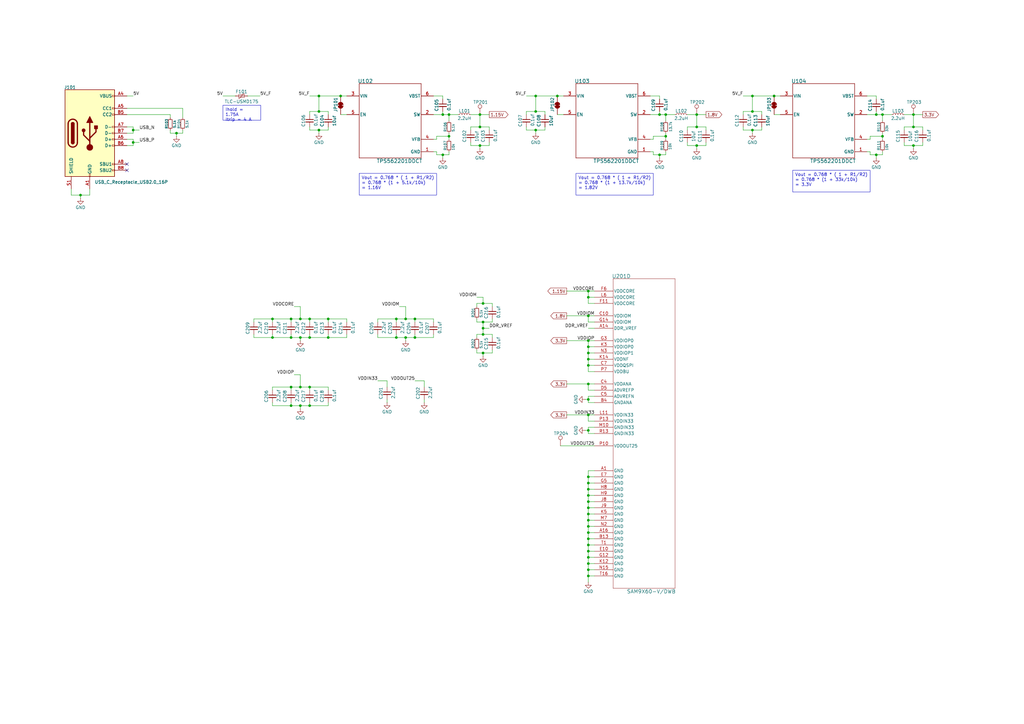
<source format=kicad_sch>
(kicad_sch (version 20250114) (generator "eeschema") (generator_version "9.0")
  (paper "A3")
  (lib_symbols
    (symbol "Connector:TestPoint" (pin_numbers (hide yes)) (pin_names (offset 0.762) (hide yes))
      (property "Reference" "TP" (at 0 6.858 0))
      (property "Value" "TestPoint" (at 0 5.08 0))
      (symbol "TestPoint_1_1"
        (pin passive line (at 0 0 90) (length 2.54) (name "1") (number "1"))
      )
    )
    (symbol "Connector:USB_C_Receptacle_USB2.0_16P" (pin_names (offset 1.016))
      (property "Reference" "J" (at 0 22.225 0))
      (property "Value" "USB_C_Receptacle_USB2.0_16P" (at 0 19.685 0))
      (symbol "USB_C_Receptacle_USB2.0_16P_1_1"
        (pin passive line (at -7.62 -22.86 90) (length 5.08) (name "SHIELD") (number "S1"))
        (pin passive line (at 0 -22.86 90) (length 5.08) (name "GND") (number "A1"))
        (pin passive line (at 0 -22.86 90) (length 5.08) (hide yes) (name "GND") (number "A12"))
        (pin passive line (at 0 -22.86 90) (length 5.08) (hide yes) (name "GND") (number "B1"))
        (pin passive line (at 0 -22.86 90) (length 5.08) (hide yes) (name "GND") (number "B12"))
        (pin passive line (at 15.24 15.24 180) (length 5.08) (name "VBUS") (number "A4"))
        (pin passive line (at 15.24 15.24 180) (length 5.08) (hide yes) (name "VBUS") (number "A9"))
        (pin passive line (at 15.24 15.24 180) (length 5.08) (hide yes) (name "VBUS") (number "B4"))
        (pin passive line (at 15.24 15.24 180) (length 5.08) (hide yes) (name "VBUS") (number "B9"))
        (pin bidirectional line (at 15.24 10.16 180) (length 5.08) (name "CC1") (number "A5"))
        (pin bidirectional line (at 15.24 7.62 180) (length 5.08) (name "CC2") (number "B5"))
        (pin bidirectional line (at 15.24 2.54 180) (length 5.08) (name "D-") (number "A7"))
        (pin bidirectional line (at 15.24 0 180) (length 5.08) (name "D-") (number "B7"))
        (pin bidirectional line (at 15.24 -2.54 180) (length 5.08) (name "D+") (number "A6"))
        (pin bidirectional line (at 15.24 -5.08 180) (length 5.08) (name "D+") (number "B6"))
        (pin bidirectional line (at 15.24 -12.7 180) (length 5.08) (name "SBU1") (number "A8"))
        (pin bidirectional line (at 15.24 -15.24 180) (length 5.08) (name "SBU2") (number "B8"))
      )
    )
    (symbol "Device:C_Small" (pin_numbers (hide yes)) (pin_names (offset 0.254) (hide yes))
      (property "Reference" "C" (at 0.254 1.778 0))
      (property "Value" "C_Small" (at 0.254 -2.032 0))
      (symbol "C_Small_1_1"
        (pin passive line (at 0 2.54 270) (length 2.032) (name "~") (number "1"))
        (pin passive line (at 0 -2.54 90) (length 2.032) (name "~") (number "2"))
      )
    )
    (symbol "Device:L_Small" (pin_numbers (hide yes)) (pin_names (offset 0.254) (hide yes))
      (property "Reference" "L" (at 0.762 1.016 0))
      (property "Value" "L_Small" (at 0.762 -1.016 0))
      (symbol "L_Small_1_1"
        (pin passive line (at 0 2.54 270) (length 0.508) (name "~") (number "1"))
        (pin passive line (at 0 -2.54 90) (length 0.508) (name "~") (number "2"))
      )
    )
    (symbol "Device:Polyfuse_Small" (pin_numbers (hide yes)) (pin_names (offset 0))
      (property "Reference" "F" (at -1.905 0 90))
      (property "Value" "Polyfuse_Small" (at 1.905 0 90))
      (symbol "Polyfuse_Small_1_1"
        (pin passive line (at 0 2.54 270) (length 0.635) (name "~") (number "1"))
        (pin passive line (at 0 -2.54 90) (length 0.635) (name "~") (number "2"))
      )
    )
    (symbol "Device:R_Small" (pin_numbers (hide yes)) (pin_names (offset 0.254) (hide yes))
      (property "Reference" "R" (at 0 0 90))
      (property "Value" "R_Small" (at 1.778 0 90))
      (symbol "R_Small_1_1"
        (pin passive line (at 0 2.54 270) (length 0.762) (name "~") (number "1"))
        (pin passive line (at 0 -2.54 90) (length 0.762) (name "~") (number "2"))
      )
    )
    (symbol "Jumper:SolderJumper_2_Bridged" (pin_numbers (hide yes)) (pin_names (offset 0) (hide yes)) (in_bom no)
      (property "Reference" "JP" (at 0 2.032 0))
      (property "Value" "SolderJumper_2_Bridged" (at 0 -2.54 0))
      (symbol "SolderJumper_2_Bridged_1_1"
        (pin passive line (at -3.81 0 0) (length 2.54) (name "A") (number "1"))
        (pin passive line (at 3.81 0 180) (length 2.54) (name "B") (number "2"))
      )
    )
    (symbol "SAM9X60-VDWB:SAM9X60-V_DWB" (pin_names (offset 0.254))
      (property "Reference" "U" (at 8.128 6.35 0))
      (property "Value" "SAM9X60-V/DWB" (at 23.368 -123.19 0))
      (symbol "SAM9X60-V_DWB_1_1"
        (pin unspecified line (at 0 -10.16 0) (length 7.62) (name "NCS0") (number "F15"))
        (pin unspecified line (at 0 -12.7 0) (length 7.62) (name "NCS1") (number "E16"))
        (pin bidirectional line (at 0 -17.78 0) (length 7.62) (name "A3") (number "C15"))
        (pin bidirectional line (at 0 -20.32 0) (length 7.62) (name "A3") (number "D15"))
        (pin bidirectional line (at 0 -22.86 0) (length 7.62) (name "A9") (number "C13"))
        (pin bidirectional line (at 0 -25.4 0) (length 7.62) (name "A9") (number "D14"))
        (pin bidirectional line (at 0 -30.48 0) (length 7.62) (name "D0") (number "H16"))
        (pin bidirectional line (at 0 -33.02 0) (length 7.62) (name "D1") (number "H10"))
        (pin bidirectional line (at 0 -35.56 0) (length 7.62) (name "D2") (number "H15"))
        (pin bidirectional line (at 0 -38.1 0) (length 7.62) (name "D3") (number "H11"))
        (pin bidirectional line (at 0 -40.64 0) (length 7.62) (name "D4") (number "J14"))
        (pin bidirectional line (at 0 -43.18 0) (length 7.62) (name "D5") (number "J11"))
        (pin bidirectional line (at 0 -45.72 0) (length 7.62) (name "D6") (number "J16"))
        (pin bidirectional line (at 0 -48.26 0) (length 7.62) (name "D7") (number "J13"))
        (pin bidirectional line (at 0 -50.8 0) (length 7.62) (name "D8") (number "G9"))
        (pin unspecified line (at 0 -53.34 0) (length 7.62) (name "D9") (number "D8"))
        (pin bidirectional line (at 0 -55.88 0) (length 7.62) (name "D10") (number "F9"))
        (pin bidirectional line (at 0 -58.42 0) (length 7.62) (name "D11") (number "A9"))
        (pin bidirectional line (at 0 -60.96 0) (length 7.62) (name "D12") (number "F10"))
        (pin bidirectional line (at 0 -63.5 0) (length 7.62) (name "D13") (number "B9"))
        (pin bidirectional line (at 0 -66.04 0) (length 7.62) (name "D14") (number "D11"))
        (pin bidirectional line (at 0 -68.58 0) (length 7.62) (name "D15") (number "C9"))
        (pin unspecified line (at 0 -73.66 0) (length 7.62) (name "HSDPA") (number "T12"))
        (pin unspecified line (at 0 -76.2 0) (length 7.62) (name "HSDPB") (number "T13"))
        (pin unspecified line (at 0 -78.74 0) (length 7.62) (name "HSDPC") (number "P12"))
        (pin unspecified line (at 0 -81.28 0) (length 7.62) (name "JTAGSEL") (number "P9"))
        (pin unspecified line (at 0 -83.82 0) (length 7.62) (name "NRD") (number "F12"))
        (pin unspecified line (at 0 -86.36 0) (length 7.62) (name "NRST") (number "R1"))
        (pin input line (at 55.88 5.08 180) (length 7.62) (name "XIN32") (number "T9"))
        (pin output line (at 55.88 2.54 180) (length 7.62) (name "XOUT32") (number "R9"))
        (pin output line (at 55.88 -1.27 180) (length 7.62) (name "XOUT") (number "T10"))
        (pin unspecified line (at 55.88 -3.81 180) (length 7.62) (name "XIN") (number "R10"))
        (pin bidirectional line (at 55.88 -7.62 180) (length 7.62) (name "A0") (number "B10"))
        (pin bidirectional line (at 55.88 -10.16 180) (length 7.62) (name "A1") (number "G16"))
        (pin bidirectional line (at 55.88 -12.7 180) (length 7.62) (name "A2") (number "A13"))
        (pin bidirectional line (at 55.88 -15.24 180) (length 7.62) (name "A4") (number "B12"))
        (pin bidirectional line (at 55.88 -17.78 180) (length 7.62) (name "A5") (number "E11"))
        (pin bidirectional line (at 55.88 -20.32 180) (length 7.62) (name "A6") (number "A12"))
        (pin bidirectional line (at 55.88 -22.86 180) (length 7.62) (name "A7") (number "B16"))
        (pin bidirectional line (at 55.88 -25.4 180) (length 7.62) (name "A8") (number "F16"))
        (pin bidirectional line (at 55.88 -27.94 180) (length 7.62) (name "A10") (number "C11"))
        (pin bidirectional line (at 55.88 -30.48 180) (length 7.62) (name "A11") (number "E13"))
        (pin bidirectional line (at 55.88 -33.02 180) (length 7.62) (name "A12") (number "A11"))
        (pin bidirectional line (at 55.88 -35.56 180) (length 7.62) (name "A13") (number "B11"))
        (pin bidirectional line (at 55.88 -38.1 180) (length 7.62) (name "A15") (number "G15"))
        (pin bidirectional line (at 55.88 -40.64 180) (length 7.62) (name "A16") (number "E14"))
        (pin bidirectional line (at 55.88 -43.18 180) (length 7.62) (name "A17") (number "F14"))
        (pin bidirectional line (at 55.88 -45.72 180) (length 7.62) (name "A19") (number "H14"))
        (pin unspecified line (at 55.88 -50.8 180) (length 7.62) (name "DDR_CAL") (number "B8"))
        (pin bidirectional line (at 55.88 -53.34 180) (length 7.62) (name "DQM0") (number "G11"))
        (pin bidirectional line (at 55.88 -55.88 180) (length 7.62) (name "DQM1") (number "C8"))
        (pin bidirectional line (at 55.88 -58.42 180) (length 7.62) (name "DQS0") (number "H12"))
        (pin bidirectional line (at 55.88 -60.96 180) (length 7.62) (name "DQS1") (number "D9"))
        (pin unspecified line (at 55.88 -66.04 180) (length 7.62) (name "HSDMA") (number "R12"))
        (pin unspecified line (at 55.88 -68.58 180) (length 7.62) (name "HSDMB") (number "T14"))
        (pin unspecified line (at 55.88 -71.12 180) (length 7.62) (name "HSDMC") (number "N12"))
        (pin bidirectional line (at 55.88 -76.2 180) (length 7.62) (name "NDSQ0") (number "H13"))
        (pin bidirectional line (at 55.88 -78.74 180) (length 7.62) (name "NDSQ1") (number "E9"))
        (pin bidirectional line (at 55.88 -83.82 180) (length 7.62) (name "NWR0") (number "E8"))
        (pin bidirectional line (at 55.88 -86.36 180) (length 7.62) (name "NWR1") (number "A10"))
        (pin bidirectional line (at 55.88 -88.9 180) (length 7.62) (name "NWR3") (number "L14"))
      )
      (symbol "SAM9X60-V_DWB_2_1"
        (pin bidirectional line (at 0 0 0) (length 7.62) (name "PA16") (number "F7"))
        (pin bidirectional line (at 0 -2.54 0) (length 7.62) (name "PA16") (number "K2"))
        (pin bidirectional line (at 0 -7.62 0) (length 7.62) (name "PB0") (number "F4"))
        (pin bidirectional line (at 0 -10.16 0) (length 7.62) (name "PB1") (number "C1"))
        (pin bidirectional line (at 0 -12.7 0) (length 7.62) (name "PB2") (number "D3"))
        (pin bidirectional line (at 0 -15.24 0) (length 7.62) (name "PB3") (number "D1"))
        (pin bidirectional line (at 0 -17.78 0) (length 7.62) (name "PB4") (number "E3"))
        (pin bidirectional line (at 0 -20.32 0) (length 7.62) (name "PB5") (number "E1"))
        (pin bidirectional line (at 0 -22.86 0) (length 7.62) (name "PB6") (number "D2"))
        (pin bidirectional line (at 0 -25.4 0) (length 7.62) (name "PB7") (number "A5"))
        (pin bidirectional line (at 0 -27.94 0) (length 7.62) (name "PB8") (number "E6"))
        (pin bidirectional line (at 0 -30.48 0) (length 7.62) (name "PB9") (number "A2"))
        (pin bidirectional line (at 0 -33.02 0) (length 7.62) (name "PB10") (number "A3"))
        (pin bidirectional line (at 0 -35.56 0) (length 7.62) (name "PB11") (number "D6"))
        (pin bidirectional line (at 0 -38.1 0) (length 7.62) (name "PB12") (number "C2"))
        (pin bidirectional line (at 0 -40.64 0) (length 7.62) (name "PB13") (number "A4"))
        (pin bidirectional line (at 0 -43.18 0) (length 7.62) (name "PB14") (number "F2"))
        (pin bidirectional line (at 0 -45.72 0) (length 7.62) (name "PB15") (number "B5"))
        (pin bidirectional line (at 0 -48.26 0) (length 7.62) (name "PB16") (number "B3"))
        (pin bidirectional line (at 0 -50.8 0) (length 7.62) (name "PB17") (number "B1"))
        (pin bidirectional line (at 0 -53.34 0) (length 7.62) (name "PB18") (number "E4"))
        (pin bidirectional line (at 0 -55.88 0) (length 7.62) (name "PB19") (number "C6"))
        (pin bidirectional line (at 0 -58.42 0) (length 7.62) (name "PB20") (number "A6"))
        (pin bidirectional line (at 0 -60.96 0) (length 7.62) (name "PB21") (number "A7"))
        (pin bidirectional line (at 0 -63.5 0) (length 7.62) (name "PB22") (number "B7"))
        (pin bidirectional line (at 0 -66.04 0) (length 7.62) (name "PB23") (number "B6"))
        (pin bidirectional line (at 0 -68.58 0) (length 7.62) (name "PB24") (number "A8"))
        (pin bidirectional line (at 0 -71.12 0) (length 7.62) (name "PB25") (number "E2"))
        (pin bidirectional line (at 40.64 0 180) (length 7.62) (name "PA0") (number "P2"))
        (pin bidirectional line (at 40.64 -2.54 180) (length 7.62) (name "PA1") (number "M3"))
        (pin bidirectional line (at 40.64 -5.08 180) (length 7.62) (name "PA2") (number "P1"))
        (pin bidirectional line (at 40.64 -7.62 180) (length 7.62) (name "PA3") (number "L3"))
        (pin bidirectional line (at 40.64 -10.16 180) (length 7.62) (name "PA4") (number "N1"))
        (pin bidirectional line (at 40.64 -12.7 180) (length 7.62) (name "PA5") (number "L4"))
        (pin bidirectional line (at 40.64 -15.24 180) (length 7.62) (name "PA6") (number "M2"))
        (pin bidirectional line (at 40.64 -17.78 180) (length 7.62) (name "PA7") (number "K6"))
        (pin bidirectional line (at 40.64 -20.32 180) (length 7.62) (name "PA8") (number "M1"))
        (pin bidirectional line (at 40.64 -22.86 180) (length 7.62) (name "PA9") (number "G8"))
        (pin bidirectional line (at 40.64 -25.4 180) (length 7.62) (name "PA10") (number "L2"))
        (pin bidirectional line (at 40.64 -27.94 180) (length 7.62) (name "PA11") (number "H7"))
        (pin bidirectional line (at 40.64 -30.48 180) (length 7.62) (name "PA12") (number "L1"))
        (pin bidirectional line (at 40.64 -33.02 180) (length 7.62) (name "PA13") (number "J6"))
        (pin bidirectional line (at 40.64 -35.56 180) (length 7.62) (name "PA14") (number "K1"))
        (pin bidirectional line (at 40.64 -38.1 180) (length 7.62) (name "PA15") (number "H6"))
        (pin bidirectional line (at 40.64 -40.64 180) (length 7.62) (name "PA17") (number "J3"))
        (pin bidirectional line (at 40.64 -43.18 180) (length 7.62) (name "PA18") (number "J1"))
        (pin bidirectional line (at 40.64 -45.72 180) (length 7.62) (name "PA19") (number "J5"))
        (pin bidirectional line (at 40.64 -48.26 180) (length 7.62) (name "PA20") (number "J2"))
        (pin bidirectional line (at 40.64 -50.8 180) (length 7.62) (name "PA21") (number "G6"))
        (pin bidirectional line (at 40.64 -53.34 180) (length 7.62) (name "PA22") (number "G1"))
        (pin bidirectional line (at 40.64 -55.88 180) (length 7.62) (name "PA23") (number "J4"))
        (pin bidirectional line (at 40.64 -58.42 180) (length 7.62) (name "PA24") (number "F8"))
        (pin bidirectional line (at 40.64 -60.96 180) (length 7.62) (name "PA25") (number "H1"))
        (pin bidirectional line (at 40.64 -63.5 180) (length 7.62) (name "PA27") (number "H2"))
        (pin bidirectional line (at 40.64 -66.04 180) (length 7.62) (name "PA28") (number "F1"))
        (pin bidirectional line (at 40.64 -68.58 180) (length 7.62) (name "PA29") (number "H3"))
        (pin bidirectional line (at 40.64 -71.12 180) (length 7.62) (name "PA30") (number "G2"))
        (pin bidirectional line (at 40.64 -73.66 180) (length 7.62) (name "PA31") (number "H4"))
      )
      (symbol "SAM9X60-V_DWB_3_1"
        (pin bidirectional line (at 0 0 0) (length 7.62) (name "PD0") (number "R14"))
        (pin bidirectional line (at 0 -2.54 0) (length 7.62) (name "PD1") (number "T15"))
        (pin bidirectional line (at 0 -5.08 0) (length 7.62) (name "PD2") (number "P15"))
        (pin bidirectional line (at 0 -7.62 0) (length 7.62) (name "PD3") (number "N14"))
        (pin bidirectional line (at 0 -10.16 0) (length 7.62) (name "PD4") (number "R16"))
        (pin bidirectional line (at 0 -12.7 0) (length 7.62) (name "PD5") (number "N11"))
        (pin bidirectional line (at 0 -15.24 0) (length 7.62) (name "PD6") (number "K16"))
        (pin bidirectional line (at 0 -17.78 0) (length 7.62) (name "PD7") (number "J12"))
        (pin bidirectional line (at 0 -20.32 0) (length 7.62) (name "PD8") (number "K15"))
        (pin bidirectional line (at 0 -22.86 0) (length 7.62) (name "PD9") (number "J10"))
        (pin bidirectional line (at 0 -25.4 0) (length 7.62) (name "PD10") (number "L16"))
        (pin bidirectional line (at 0 -27.94 0) (length 7.62) (name "PD11") (number "K11"))
        (pin bidirectional line (at 0 -30.48 0) (length 7.62) (name "PD12") (number "L15"))
        (pin bidirectional line (at 0 -33.02 0) (length 7.62) (name "PD13") (number "J15"))
        (pin bidirectional line (at 0 -35.56 0) (length 7.62) (name "PD14") (number "L12"))
        (pin bidirectional line (at 0 -38.1 0) (length 7.62) (name "PD15") (number "M16"))
        (pin bidirectional line (at 0 -40.64 0) (length 7.62) (name "PD16") (number "M14"))
        (pin bidirectional line (at 0 -43.18 0) (length 7.62) (name "PD17") (number "N16"))
        (pin bidirectional line (at 0 -45.72 0) (length 7.62) (name "PD18") (number "L13"))
        (pin bidirectional line (at 0 -48.26 0) (length 7.62) (name "PD19") (number "P16"))
        (pin bidirectional line (at 0 -50.8 0) (length 7.62) (name "PD20") (number "M11"))
        (pin bidirectional line (at 0 -53.34 0) (length 7.62) (name "PD21") (number "M15"))
        (pin unspecified line (at 0 -55.88 0) (length 7.62) (name "RAS") (number "E15"))
        (pin unspecified line (at 0 -58.42 0) (length 7.62) (name "RTCK") (number "T2"))
        (pin unspecified line (at 0 -60.96 0) (length 7.62) (name "RTUNE") (number "P11"))
        (pin bidirectional line (at 0 -66.04 0) (length 7.62) (name "SDA10") (number "C12"))
        (pin bidirectional line (at 0 -68.58 0) (length 7.62) (name "SDA10") (number "D12"))
        (pin unspecified line (at 0 -73.66 0) (length 7.62) (name "SDCK") (number "A15"))
        (pin unspecified line (at 0 -76.2 0) (length 7.62) (name "SDCKE") (number "F13"))
        (pin unspecified line (at 0 -78.74 0) (length 7.62) (name "SDCKN") (number "B14"))
        (pin unspecified line (at 0 -81.28 0) (length 7.62) (name "SHDN") (number "R11"))
        (pin unspecified line (at 0 -83.82 0) (length 7.62) (name "TCK") (number "R3"))
        (pin unspecified line (at 0 -86.36 0) (length 7.62) (name "TDI") (number "F3"))
        (pin unspecified line (at 0 -88.9 0) (length 7.62) (name "TDO") (number "H5"))
        (pin unspecified line (at 0 -91.44 0) (length 7.62) (name "TMS") (number "F5"))
        (pin unspecified line (at 0 -93.98 0) (length 7.62) (name "WKUP0") (number "T11"))
        (pin bidirectional line (at 40.64 0 180) (length 7.62) (name "PC0") (number "M4"))
        (pin bidirectional line (at 40.64 -2.54 180) (length 7.62) (name "PC1") (number "P4"))
        (pin bidirectional line (at 40.64 -5.08 180) (length 7.62) (name "PC2") (number "N5"))
        (pin bidirectional line (at 40.64 -7.62 180) (length 7.62) (name "PC3") (number "P5"))
        (pin bidirectional line (at 40.64 -10.16 180) (length 7.62) (name "PC4") (number "L5"))
        (pin bidirectional line (at 40.64 -12.7 180) (length 7.62) (name "PC5") (number "R4"))
        (pin bidirectional line (at 40.64 -15.24 180) (length 7.62) (name "PC6") (number "M6"))
        (pin bidirectional line (at 40.64 -17.78 180) (length 7.62) (name "PC7") (number "T3"))
        (pin bidirectional line (at 40.64 -20.32 180) (length 7.62) (name "PC8") (number "N8"))
        (pin bidirectional line (at 40.64 -22.86 180) (length 7.62) (name "PC9") (number "T4"))
        (pin bidirectional line (at 40.64 -25.4 180) (length 7.62) (name "PC10") (number "P6"))
        (pin bidirectional line (at 40.64 -27.94 180) (length 7.62) (name "PC11") (number "N6"))
        (pin bidirectional line (at 40.64 -30.48 180) (length 7.62) (name "PC12") (number "R5"))
        (pin bidirectional line (at 40.64 -33.02 180) (length 7.62) (name "PC13") (number "L7"))
        (pin bidirectional line (at 40.64 -35.56 180) (length 7.62) (name "PC14") (number "T5"))
        (pin bidirectional line (at 40.64 -38.1 180) (length 7.62) (name "PC15") (number "J7"))
        (pin bidirectional line (at 40.64 -40.64 180) (length 7.62) (name "PC16") (number "R6"))
        (pin bidirectional line (at 40.64 -43.18 180) (length 7.62) (name "PC17") (number "K8"))
        (pin bidirectional line (at 40.64 -45.72 180) (length 7.62) (name "PC18") (number "T6"))
        (pin bidirectional line (at 40.64 -48.26 180) (length 7.62) (name "PC19") (number "L8"))
        (pin bidirectional line (at 40.64 -50.8 180) (length 7.62) (name "PC20") (number "P8"))
        (pin bidirectional line (at 40.64 -53.34 180) (length 7.62) (name "PC21") (number "M8"))
        (pin bidirectional line (at 40.64 -55.88 180) (length 7.62) (name "PC22") (number "R7"))
        (pin bidirectional line (at 40.64 -58.42 180) (length 7.62) (name "PC23") (number "K9"))
        (pin bidirectional line (at 40.64 -60.96 180) (length 7.62) (name "PC24") (number "R8"))
        (pin bidirectional line (at 40.64 -63.5 180) (length 7.62) (name "PC25") (number "L9"))
        (pin bidirectional line (at 40.64 -66.04 180) (length 7.62) (name "PC26") (number "T8"))
        (pin bidirectional line (at 40.64 -68.58 180) (length 7.62) (name "PC27") (number "M9"))
        (pin bidirectional line (at 40.64 -71.12 180) (length 7.62) (name "PC28") (number "N9"))
        (pin bidirectional line (at 40.64 -73.66 180) (length 7.62) (name "PC29") (number "L10"))
        (pin bidirectional line (at 40.64 -76.2 180) (length 7.62) (name "PC30") (number "T7"))
        (pin bidirectional line (at 40.64 -78.74 180) (length 7.62) (name "PC31") (number "M13"))
        (pin unspecified line (at 40.64 -83.82 180) (length 7.62) (name "SDWE") (number "C16"))
        (pin unspecified line (at 40.64 -86.36 180) (length 7.62) (name "SDWE") (number "D16"))
      )
      (symbol "SAM9X60-V_DWB_4_1"
        (pin power_in line (at 0 0 0) (length 7.62) (name "VDDCORE") (number "F6"))
        (pin power_in line (at 0 -2.54 0) (length 7.62) (name "VDDCORE") (number "L6"))
        (pin power_in line (at 0 -5.08 0) (length 7.62) (name "VDDCORE") (number "F11"))
        (pin power_in line (at 0 -10.16 0) (length 7.62) (name "VDDIOM") (number "C10"))
        (pin power_in line (at 0 -12.7 0) (length 7.62) (name "VDDIOM") (number "G14"))
        (pin power_in line (at 0 -15.24 0) (length 7.62) (name "DDR_VREF") (number "A14"))
        (pin power_in line (at 0 -20.32 0) (length 7.62) (name "VDDIOP0") (number "G3"))
        (pin power_in line (at 0 -22.86 0) (length 7.62) (name "VDDIOP0") (number "K3"))
        (pin power_in line (at 0 -25.4 0) (length 7.62) (name "VDDIOP1") (number "N3"))
        (pin power_in line (at 0 -27.94 0) (length 7.62) (name "VDDNF") (number "K14"))
        (pin power_in line (at 0 -30.48 0) (length 7.62) (name "VDDQSPI") (number "C7"))
        (pin power_in line (at 0 -33.02 0) (length 7.62) (name "VDDBU") (number "P7"))
        (pin power_in line (at 0 -38.1 0) (length 7.62) (name "VDDANA") (number "C4"))
        (pin power_in line (at 0 -40.64 0) (length 7.62) (name "ADVREFP") (number "D5"))
        (pin power_in line (at 0 -43.18 0) (length 7.62) (name "ADVREFN") (number "C5"))
        (pin power_out line (at 0 -45.72 0) (length 7.62) (name "GNDANA") (number "B4"))
        (pin input line (at 0 -50.8 0) (length 7.62) (name "VDDIN33") (number "L11"))
        (pin input line (at 0 -53.34 0) (length 7.62) (name "VDDIN33") (number "P13"))
        (pin input line (at 0 -55.88 0) (length 7.62) (name "GNDIN33") (number "M10"))
        (pin input line (at 0 -58.42 0) (length 7.62) (name "GNDIN33") (number "R13"))
        (pin output line (at 0 -63.5 0) (length 7.62) (name "VDDOUT25") (number "P10"))
        (pin power_out line (at 0 -73.66 0) (length 7.62) (name "GND") (number "A1"))
        (pin power_out line (at 0 -76.2 0) (length 7.62) (name "GND") (number "E7"))
        (pin power_out line (at 0 -78.74 0) (length 7.62) (name "GND") (number "G5"))
        (pin power_out line (at 0 -81.28 0) (length 7.62) (name "GND") (number "H8"))
        (pin power_out line (at 0 -83.82 0) (length 7.62) (name "GND") (number "H9"))
        (pin power_out line (at 0 -86.36 0) (length 7.62) (name "GND") (number "J8"))
        (pin power_out line (at 0 -88.9 0) (length 7.62) (name "GND") (number "J9"))
        (pin power_out line (at 0 -91.44 0) (length 7.62) (name "GND") (number "K5"))
        (pin power_out line (at 0 -93.98 0) (length 7.62) (name "GND") (number "M7"))
        (pin power_out line (at 0 -96.52 0) (length 7.62) (name "GND") (number "N2"))
        (pin power_out line (at 0 -99.06 0) (length 7.62) (name "GND") (number "A16"))
        (pin power_out line (at 0 -101.6 0) (length 7.62) (name "GND") (number "B13"))
        (pin power_out line (at 0 -104.14 0) (length 7.62) (name "GND") (number "T1"))
        (pin power_out line (at 0 -106.68 0) (length 7.62) (name "GND") (number "E10"))
        (pin power_out line (at 0 -109.22 0) (length 7.62) (name "GND") (number "G12"))
        (pin power_out line (at 0 -111.76 0) (length 7.62) (name "GND") (number "K12"))
        (pin power_out line (at 0 -114.3 0) (length 7.62) (name "GND") (number "N15"))
        (pin power_out line (at 0 -116.84 0) (length 7.62) (name "GND") (number "T16"))
      )
    )
    (symbol "TPS562201DDCT:TPS562201DDCT" (pin_names (offset 0.254))
      (property "Reference" "U" (at 0 2.54 0))
      (property "Value" "TPS562201DDCT" (at 0 0 0))
      (symbol "TPS562201DDCT_0_1"
        (pin power_in line (at -17.78 10.16 0) (length 5.08) (name "VIN") (number "3"))
        (pin input line (at -17.78 2.54 0) (length 5.08) (name "EN") (number "5"))
        (pin power_in line (at 17.78 10.16 180) (length 5.08) (name "VBST") (number "6"))
        (pin power_in line (at 17.78 2.54 180) (length 5.08) (name "SW") (number "2"))
        (pin input line (at 17.78 -7.62 180) (length 5.08) (name "VFB") (number "4"))
        (pin power_in line (at 17.78 -12.7 180) (length 5.08) (name "GND") (number "1"))
      )
    )
    (symbol "power:GND" (power) (pin_numbers (hide yes)) (pin_names (offset 0) (hide yes))
      (property "Value" "GND" (at 0 -3.81 0))
      (symbol "GND_1_1"
        (pin power_in line (at 0 0 270) (length 0) (name "~") (number "1"))
      )
    )
  )
  (text_box "Vout = 0.768 * ( 1 + R1/R2)\n= 0.768 * (1 + 13.7k/10k) \n= 1.82V" (at 236.22 71.12 0) (size 31.75 8.89) (margins 0.9525 0.9525 0.9525 0.9525) (effects (font (size 1.27 1.27)) (justify left top)))
  (text_box "Ihold = 1.75A\nItrip = 4 A" (at 91.44 43.18 0) (size 15.494 6.096) (margins 0.9525 0.9525 0.9525 0.9525) (effects (font (size 1.27 1.27)) (justify left top)))
  (text_box "Vout = 0.768 * ( 1 + R1/R2)\n= 0.768 * (1 + 33k/10k) \n= 3.3V" (at 325.12 69.85 0) (size 31.75 8.89) (margins 0.9525 0.9525 0.9525 0.9525) (effects (font (size 1.27 1.27)) (justify left top)))
  (text_box "Vout = 0.768 * ( 1 + R1/R2)\n= 0.768 * (1 + 5.1k/10k) \n= 1.16V" (at 147.32 71.12 0) (size 31.75 8.89) (margins 0.9525 0.9525 0.9525 0.9525) (effects (font (size 1.27 1.27)) (justify left top)))
  (junction (at 241.3 228.6))
  (junction (at 241.3 144.78))
  (junction (at 170.18 130.81))
  (junction (at 123.19 166.37))
  (junction (at 127 138.43))
  (junction (at 198.12 132.08))
  (junction (at 219.71 39.37))
  (junction (at 127 166.37))
  (junction (at 33.02 80.01))
  (junction (at 166.37 138.43))
  (junction (at 184.15 55.88))
  (junction (at 285.75 52.07))
  (junction (at 198.12 137.16))
  (junction (at 127 158.75))
  (junction (at 170.18 138.43))
  (junction (at 241.3 220.98))
  (junction (at 374.65 46.99))
  (junction (at 241.3 205.74))
  (junction (at 123.19 130.81))
  (junction (at 241.3 149.86))
  (junction (at 241.3 200.66))
  (junction (at 119.38 130.81))
  (junction (at 54.61 58.42))
  (junction (at 317.5 39.37))
  (junction (at 273.05 46.99))
  (junction (at 308.61 53.34))
  (junction (at 241.3 147.32))
  (junction (at 198.12 134.62))
  (junction (at 54.61 53.34))
  (junction (at 241.3 233.68))
  (junction (at 359.41 63.5))
  (junction (at 130.81 39.37))
  (junction (at 241.3 231.14))
  (junction (at 127 130.81))
  (junction (at 72.39 54.61))
  (junction (at 241.3 170.18))
  (junction (at 273.05 55.88))
  (junction (at 130.81 45.72))
  (junction (at 184.15 46.99))
  (junction (at 361.95 55.88))
  (junction (at 241.3 203.2))
  (junction (at 241.3 223.52))
  (junction (at 241.3 208.28))
  (junction (at 270.51 63.5))
  (junction (at 198.12 144.78))
  (junction (at 241.3 139.7))
  (junction (at 228.6 39.37))
  (junction (at 308.61 39.37))
  (junction (at 111.76 130.81))
  (junction (at 270.51 46.99))
  (junction (at 219.71 53.34))
  (junction (at 308.61 45.72))
  (junction (at 359.41 46.99))
  (junction (at 130.81 53.34))
  (junction (at 241.3 198.12))
  (junction (at 241.3 236.22))
  (junction (at 119.38 166.37))
  (junction (at 162.56 130.81))
  (junction (at 123.19 138.43))
  (junction (at 285.75 46.99))
  (junction (at 241.3 119.38))
  (junction (at 241.3 215.9))
  (junction (at 123.19 158.75))
  (junction (at 119.38 158.75))
  (junction (at 134.62 130.81))
  (junction (at 166.37 130.81))
  (junction (at 241.3 226.06))
  (junction (at 285.75 59.69))
  (junction (at 111.76 138.43))
  (junction (at 196.85 59.69))
  (junction (at 241.3 176.53))
  (junction (at 219.71 45.72))
  (junction (at 241.3 142.24))
  (junction (at 139.7 39.37))
  (junction (at 241.3 121.92))
  (junction (at 241.3 129.54))
  (junction (at 241.3 163.83))
  (junction (at 241.3 157.48))
  (junction (at 241.3 195.58))
  (junction (at 181.61 63.5))
  (junction (at 361.95 46.99))
  (junction (at 196.85 52.07))
  (junction (at 241.3 218.44))
  (junction (at 374.65 59.69))
  (junction (at 134.62 138.43))
  (junction (at 374.65 52.07))
  (junction (at 181.61 46.99))
  (junction (at 196.85 46.99))
  (junction (at 241.3 213.36))
  (junction (at 241.3 210.82))
  (junction (at 198.12 124.46))
  (junction (at 162.56 138.43))
  (junction (at 119.38 138.43))
  (no_connect (at 52.07 69.85))
  (no_connect (at 52.07 67.31))
  (wire (pts (xy 119.38 137.16) (xy 119.38 138.43)))
  (wire (pts (xy 134.62 138.43) (xy 142.24 138.43)))
  (wire (pts (xy 198.12 124.46) (xy 198.12 121.92)))
  (wire (pts (xy 359.41 46.99) (xy 359.41 45.72)))
  (wire (pts (xy 241.3 177.8) (xy 243.84 177.8)))
  (wire (pts (xy 219.71 54.61) (xy 219.71 53.34)))
  (wire (pts (xy 241.3 132.08) (xy 243.84 132.08)))
  (wire (pts (xy 370.84 59.69) (xy 374.65 59.69)))
  (wire (pts (xy 241.3 129.54) (xy 243.84 129.54)))
  (wire (pts (xy 170.18 138.43) (xy 170.18 137.16)))
  (wire (pts (xy 181.61 39.37) (xy 181.61 40.64)))
  (wire (pts (xy 285.75 59.69) (xy 289.56 59.69)))
  (wire (pts (xy 130.81 39.37) (xy 130.81 45.72)))
  (wire (pts (xy 241.3 121.92) (xy 241.3 124.46)))
  (wire (pts (xy 228.6 46.99) (xy 231.14 46.99)))
  (wire (pts (xy 359.41 39.37) (xy 359.41 40.64)))
  (wire (pts (xy 184.15 55.88) (xy 184.15 57.15)))
  (wire (pts (xy 241.3 223.52) (xy 241.3 226.06)))
  (wire (pts (xy 134.62 45.72) (xy 134.62 46.99)))
  (wire (pts (xy 267.97 55.88) (xy 273.05 55.88)))
  (wire (pts (xy 270.51 46.99) (xy 273.05 46.99)))
  (wire (pts (xy 123.19 167.64) (xy 123.19 166.37)))
  (wire (pts (xy 273.05 55.88) (xy 273.05 57.15)))
  (wire (pts (xy 104.14 132.08) (xy 104.14 130.81)))
  (wire (pts (xy 241.3 162.56) (xy 241.3 163.83)))
  (wire (pts (xy 241.3 152.4) (xy 243.84 152.4)))
  (wire (pts (xy 241.3 228.6) (xy 243.84 228.6)))
  (wire (pts (xy 241.3 203.2) (xy 241.3 205.74)))
  (wire (pts (xy 267.97 62.23) (xy 267.97 63.5)))
  (wire (pts (xy 130.81 45.72) (xy 134.62 45.72)))
  (wire (pts (xy 241.3 147.32) (xy 241.3 144.78)))
  (wire (pts (xy 111.76 130.81) (xy 119.38 130.81)))
  (wire (pts (xy 130.81 53.34) (xy 134.62 53.34)))
  (wire (pts (xy 162.56 130.81) (xy 166.37 130.81)))
  (wire (pts (xy 198.12 124.46) (xy 201.93 124.46)))
  (wire (pts (xy 200.66 59.69) (xy 200.66 58.42)))
  (wire (pts (xy 356.87 57.15) (xy 356.87 55.88)))
  (wire (pts (xy 54.61 58.42) (xy 54.61 59.69)))
  (wire (pts (xy 198.12 132.08) (xy 198.12 134.62)))
  (wire (pts (xy 241.3 231.14) (xy 243.84 231.14)))
  (wire (pts (xy 241.3 203.2) (xy 243.84 203.2)))
  (wire (pts (xy 223.52 52.07) (xy 223.52 53.34)))
  (wire (pts (xy 123.19 138.43) (xy 127 138.43)))
  (wire (pts (xy 355.6 62.23) (xy 356.87 62.23)))
  (wire (pts (xy 127 130.81) (xy 134.62 130.81)))
  (wire (pts (xy 270.51 63.5) (xy 270.51 64.77)))
  (wire (pts (xy 308.61 39.37) (xy 317.5 39.37)))
  (wire (pts (xy 54.61 54.61) (xy 52.07 54.61)))
  (wire (pts (xy 179.07 55.88) (xy 184.15 55.88)))
  (wire (pts (xy 72.39 54.61) (xy 74.93 54.61)))
  (wire (pts (xy 111.76 166.37) (xy 119.38 166.37)))
  (wire (pts (xy 241.3 134.62) (xy 243.84 134.62)))
  (wire (pts (xy 215.9 45.72) (xy 215.9 46.99)))
  (wire (pts (xy 356.87 55.88) (xy 361.95 55.88)))
  (wire (pts (xy 374.65 60.96) (xy 374.65 59.69)))
  (wire (pts (xy 241.3 218.44) (xy 241.3 220.98)))
  (wire (pts (xy 361.95 46.99) (xy 365.76 46.99)))
  (wire (pts (xy 196.85 52.07) (xy 200.66 52.07)))
  (wire (pts (xy 134.62 130.81) (xy 142.24 130.81)))
  (wire (pts (xy 119.38 132.08) (xy 119.38 130.81)))
  (wire (pts (xy 177.8 137.16) (xy 177.8 138.43)))
  (wire (pts (xy 177.8 62.23) (xy 179.07 62.23)))
  (wire (pts (xy 374.65 59.69) (xy 378.46 59.69)))
  (wire (pts (xy 228.6 39.37) (xy 231.14 39.37)))
  (wire (pts (xy 273.05 46.99) (xy 276.86 46.99)))
  (wire (pts (xy 69.85 54.61) (xy 72.39 54.61)))
  (wire (pts (xy 123.19 125.73) (xy 120.65 125.73)))
  (wire (pts (xy 54.61 57.15) (xy 54.61 58.42)))
  (wire (pts (xy 241.3 149.86) (xy 241.3 147.32)))
  (wire (pts (xy 127 166.37) (xy 134.62 166.37)))
  (wire (pts (xy 123.19 130.81) (xy 123.19 125.73)))
  (wire (pts (xy 378.46 52.07) (xy 378.46 53.34)))
  (wire (pts (xy 281.94 59.69) (xy 285.75 59.69)))
  (wire (pts (xy 267.97 63.5) (xy 270.51 63.5)))
  (wire (pts (xy 162.56 137.16) (xy 162.56 138.43)))
  (wire (pts (xy 101.6 39.37) (xy 106.68 39.37)))
  (wire (pts (xy 29.21 80.01) (xy 33.02 80.01)))
  (wire (pts (xy 123.19 166.37) (xy 127 166.37)))
  (wire (pts (xy 308.61 39.37) (xy 308.61 45.72)))
  (wire (pts (xy 266.7 39.37) (xy 270.51 39.37)))
  (wire (pts (xy 111.76 138.43) (xy 119.38 138.43)))
  (wire (pts (xy 359.41 63.5) (xy 361.95 63.5)))
  (wire (pts (xy 104.14 130.81) (xy 111.76 130.81)))
  (wire (pts (xy 170.18 130.81) (xy 170.18 132.08)))
  (wire (pts (xy 378.46 59.69) (xy 378.46 58.42)))
  (wire (pts (xy 134.62 137.16) (xy 134.62 138.43)))
  (wire (pts (xy 127 158.75) (xy 127 160.02)))
  (wire (pts (xy 270.51 46.99) (xy 270.51 45.72)))
  (wire (pts (xy 196.85 59.69) (xy 200.66 59.69)))
  (wire (pts (xy 308.61 45.72) (xy 312.42 45.72)))
  (wire (pts (xy 241.3 220.98) (xy 241.3 223.52)))
  (wire (pts (xy 370.84 52.07) (xy 374.65 52.07)))
  (wire (pts (xy 69.85 53.34) (xy 69.85 54.61)))
  (wire (pts (xy 166.37 130.81) (xy 166.37 125.73)))
  (wire (pts (xy 241.3 144.78) (xy 241.3 142.24)))
  (wire (pts (xy 243.84 162.56) (xy 241.3 162.56)))
  (wire (pts (xy 241.3 176.53) (xy 241.3 177.8)))
  (wire (pts (xy 201.93 144.78) (xy 201.93 143.51)))
  (wire (pts (xy 142.24 138.43) (xy 142.24 137.16)))
  (wire (pts (xy 361.95 55.88) (xy 361.95 57.15)))
  (wire (pts (xy 198.12 137.16) (xy 201.93 137.16)))
  (wire (pts (xy 241.3 200.66) (xy 241.3 203.2)))
  (wire (pts (xy 215.9 39.37) (xy 219.71 39.37)))
  (wire (pts (xy 154.94 138.43) (xy 162.56 138.43)))
  (wire (pts (xy 154.94 156.21) (xy 158.75 156.21)))
  (wire (pts (xy 198.12 134.62) (xy 200.66 134.62)))
  (wire (pts (xy 304.8 45.72) (xy 304.8 46.99)))
  (wire (pts (xy 193.04 59.69) (xy 196.85 59.69)))
  (wire (pts (xy 127 158.75) (xy 134.62 158.75)))
  (wire (pts (xy 241.3 218.44) (xy 243.84 218.44)))
  (wire (pts (xy 162.56 138.43) (xy 166.37 138.43)))
  (wire (pts (xy 241.3 208.28) (xy 243.84 208.28)))
  (wire (pts (xy 241.3 228.6) (xy 241.3 231.14)))
  (wire (pts (xy 119.38 138.43) (xy 123.19 138.43)))
  (wire (pts (xy 232.41 119.38) (xy 241.3 119.38)))
  (wire (pts (xy 304.8 53.34) (xy 308.61 53.34)))
  (wire (pts (xy 240.03 163.83) (xy 241.3 163.83)))
  (wire (pts (xy 243.84 160.02) (xy 241.3 160.02)))
  (wire (pts (xy 162.56 132.08) (xy 162.56 130.81)))
  (wire (pts (xy 219.71 39.37) (xy 228.6 39.37)))
  (wire (pts (xy 201.93 137.16) (xy 201.93 138.43)))
  (wire (pts (xy 201.93 124.46) (xy 201.93 125.73)))
  (wire (pts (xy 241.3 163.83) (xy 241.3 165.1)))
  (wire (pts (xy 308.61 53.34) (xy 312.42 53.34)))
  (wire (pts (xy 127 166.37) (xy 127 165.1)))
  (wire (pts (xy 241.3 119.38) (xy 243.84 119.38)))
  (wire (pts (xy 181.61 46.99) (xy 184.15 46.99)))
  (wire (pts (xy 355.6 46.99) (xy 359.41 46.99)))
  (wire (pts (xy 123.19 158.75) (xy 127 158.75)))
  (wire (pts (xy 184.15 46.99) (xy 184.15 49.53)))
  (wire (pts (xy 154.94 137.16) (xy 154.94 138.43)))
  (wire (pts (xy 52.07 52.07) (xy 54.61 52.07)))
  (wire (pts (xy 139.7 39.37) (xy 142.24 39.37)))
  (wire (pts (xy 370.84 53.34) (xy 370.84 52.07)))
  (wire (pts (xy 134.62 165.1) (xy 134.62 166.37)))
  (wire (pts (xy 241.3 223.52) (xy 243.84 223.52)))
  (wire (pts (xy 266.7 62.23) (xy 267.97 62.23)))
  (wire (pts (xy 193.04 58.42) (xy 193.04 59.69)))
  (wire (pts (xy 184.15 46.99) (xy 187.96 46.99)))
  (wire (pts (xy 229.87 182.88) (xy 243.84 182.88)))
  (wire (pts (xy 285.75 52.07) (xy 289.56 52.07)))
  (wire (pts (xy 374.65 46.99) (xy 378.46 46.99)))
  (wire (pts (xy 119.38 166.37) (xy 123.19 166.37)))
  (wire (pts (xy 119.38 130.81) (xy 123.19 130.81)))
  (wire (pts (xy 123.19 153.67) (xy 120.65 153.67)))
  (wire (pts (xy 193.04 53.34) (xy 193.04 52.07)))
  (wire (pts (xy 223.52 45.72) (xy 223.52 46.99)))
  (wire (pts (xy 177.8 46.99) (xy 181.61 46.99)))
  (wire (pts (xy 104.14 137.16) (xy 104.14 138.43)))
  (wire (pts (xy 317.5 46.99) (xy 320.04 46.99)))
  (wire (pts (xy 142.24 130.81) (xy 142.24 132.08)))
  (wire (pts (xy 33.02 80.01) (xy 33.02 81.28)))
  (wire (pts (xy 195.58 125.73) (xy 195.58 124.46)))
  (wire (pts (xy 219.71 53.34) (xy 223.52 53.34)))
  (wire (pts (xy 361.95 54.61) (xy 361.95 55.88)))
  (wire (pts (xy 241.3 172.72) (xy 241.3 170.18)))
  (wire (pts (xy 200.66 52.07) (xy 200.66 53.34)))
  (wire (pts (xy 289.56 52.07) (xy 289.56 53.34)))
  (wire (pts (xy 119.38 160.02) (xy 119.38 158.75)))
  (wire (pts (xy 181.61 63.5) (xy 184.15 63.5)))
  (wire (pts (xy 374.65 52.07) (xy 378.46 52.07)))
  (wire (pts (xy 281.94 58.42) (xy 281.94 59.69)))
  (wire (pts (xy 170.18 138.43) (xy 177.8 138.43)))
  (wire (pts (xy 179.07 63.5) (xy 181.61 63.5)))
  (wire (pts (xy 281.94 46.99) (xy 285.75 46.99)))
  (wire (pts (xy 177.8 57.15) (xy 179.07 57.15)))
  (wire (pts (xy 243.84 144.78) (xy 241.3 144.78)))
  (wire (pts (xy 270.51 63.5) (xy 273.05 63.5)))
  (wire (pts (xy 241.3 152.4) (xy 241.3 149.86)))
  (wire (pts (xy 215.9 52.07) (xy 215.9 53.34)))
  (wire (pts (xy 181.61 46.99) (xy 181.61 45.72)))
  (wire (pts (xy 241.3 200.66) (xy 243.84 200.66)))
  (wire (pts (xy 74.93 44.45) (xy 74.93 48.26)))
  (wire (pts (xy 158.75 156.21) (xy 158.75 158.75)))
  (wire (pts (xy 241.3 142.24) (xy 241.3 139.7)))
  (wire (pts (xy 127 53.34) (xy 130.81 53.34)))
  (wire (pts (xy 241.3 213.36) (xy 243.84 213.36)))
  (wire (pts (xy 54.61 59.69) (xy 52.07 59.69)))
  (wire (pts (xy 111.76 165.1) (xy 111.76 166.37)))
  (wire (pts (xy 308.61 54.61) (xy 308.61 53.34)))
  (wire (pts (xy 241.3 233.68) (xy 243.84 233.68)))
  (wire (pts (xy 273.05 63.5) (xy 273.05 62.23)))
  (wire (pts (xy 198.12 144.78) (xy 201.93 144.78)))
  (wire (pts (xy 243.84 175.26) (xy 241.3 175.26)))
  (wire (pts (xy 241.3 165.1) (xy 243.84 165.1)))
  (wire (pts (xy 166.37 130.81) (xy 170.18 130.81)))
  (wire (pts (xy 241.3 236.22) (xy 243.84 236.22)))
  (wire (pts (xy 195.58 144.78) (xy 198.12 144.78)))
  (wire (pts (xy 304.8 45.72) (xy 308.61 45.72)))
  (wire (pts (xy 127 39.37) (xy 130.81 39.37)))
  (wire (pts (xy 312.42 52.07) (xy 312.42 53.34)))
  (wire (pts (xy 241.3 205.74) (xy 243.84 205.74)))
  (wire (pts (xy 355.6 39.37) (xy 359.41 39.37)))
  (wire (pts (xy 241.3 198.12) (xy 243.84 198.12)))
  (wire (pts (xy 158.75 165.1) (xy 158.75 163.83)))
  (wire (pts (xy 215.9 53.34) (xy 219.71 53.34)))
  (wire (pts (xy 267.97 57.15) (xy 267.97 55.88)))
  (wire (pts (xy 241.3 195.58) (xy 243.84 195.58)))
  (wire (pts (xy 304.8 52.07) (xy 304.8 53.34)))
  (wire (pts (xy 181.61 63.5) (xy 181.61 64.77)))
  (wire (pts (xy 215.9 45.72) (xy 219.71 45.72)))
  (wire (pts (xy 170.18 156.21) (xy 173.99 156.21)))
  (wire (pts (xy 232.41 170.18) (xy 241.3 170.18)))
  (wire (pts (xy 173.99 156.21) (xy 173.99 158.75)))
  (wire (pts (xy 72.39 54.61) (xy 72.39 55.88)))
  (wire (pts (xy 361.95 46.99) (xy 361.95 49.53)))
  (wire (pts (xy 241.3 193.04) (xy 243.84 193.04)))
  (wire (pts (xy 270.51 39.37) (xy 270.51 40.64)))
  (wire (pts (xy 195.58 130.81) (xy 195.58 132.08)))
  (wire (pts (xy 166.37 139.7) (xy 166.37 138.43)))
  (wire (pts (xy 127 138.43) (xy 127 137.16)))
  (wire (pts (xy 130.81 54.61) (xy 130.81 53.34)))
  (wire (pts (xy 179.07 62.23) (xy 179.07 63.5)))
  (wire (pts (xy 198.12 121.92) (xy 195.58 121.92)))
  (wire (pts (xy 198.12 146.05) (xy 198.12 144.78)))
  (wire (pts (xy 111.76 137.16) (xy 111.76 138.43)))
  (wire (pts (xy 241.3 215.9) (xy 243.84 215.9)))
  (wire (pts (xy 196.85 52.07) (xy 196.85 46.99)))
  (wire (pts (xy 241.3 175.26) (xy 241.3 176.53)))
  (wire (pts (xy 29.21 77.47) (xy 29.21 80.01)))
  (wire (pts (xy 241.3 213.36) (xy 241.3 215.9)))
  (wire (pts (xy 134.62 52.07) (xy 134.62 53.34)))
  (wire (pts (xy 127 130.81) (xy 127 132.08)))
  (wire (pts (xy 154.94 130.81) (xy 162.56 130.81)))
  (wire (pts (xy 127 45.72) (xy 130.81 45.72)))
  (wire (pts (xy 111.76 130.81) (xy 111.76 132.08)))
  (wire (pts (xy 166.37 125.73) (xy 163.83 125.73)))
  (wire (pts (xy 196.85 60.96) (xy 196.85 59.69)))
  (wire (pts (xy 52.07 46.99) (xy 69.85 46.99)))
  (wire (pts (xy 241.3 149.86) (xy 243.84 149.86)))
  (wire (pts (xy 195.58 143.51) (xy 195.58 144.78)))
  (wire (pts (xy 127 52.07) (xy 127 53.34)))
  (wire (pts (xy 374.65 52.07) (xy 374.65 46.99)))
  (wire (pts (xy 201.93 132.08) (xy 201.93 130.81)))
  (wire (pts (xy 54.61 52.07) (xy 54.61 53.34)))
  (wire (pts (xy 285.75 52.07) (xy 285.75 46.99)))
  (wire (pts (xy 359.41 63.5) (xy 359.41 64.77)))
  (wire (pts (xy 243.84 142.24) (xy 241.3 142.24)))
  (wire (pts (xy 127 45.72) (xy 127 46.99)))
  (wire (pts (xy 289.56 59.69) (xy 289.56 58.42)))
  (wire (pts (xy 361.95 63.5) (xy 361.95 62.23)))
  (wire (pts (xy 359.41 46.99) (xy 361.95 46.99)))
  (wire (pts (xy 241.3 226.06) (xy 243.84 226.06)))
  (wire (pts (xy 111.76 158.75) (xy 119.38 158.75)))
  (wire (pts (xy 104.14 138.43) (xy 111.76 138.43)))
  (wire (pts (xy 281.94 53.34) (xy 281.94 52.07)))
  (wire (pts (xy 241.3 198.12) (xy 241.3 195.58)))
  (wire (pts (xy 232.41 139.7) (xy 241.3 139.7)))
  (wire (pts (xy 170.18 130.81) (xy 177.8 130.81)))
  (wire (pts (xy 232.41 129.54) (xy 241.3 129.54)))
  (wire (pts (xy 198.12 134.62) (xy 198.12 137.16)))
  (wire (pts (xy 54.61 53.34) (xy 57.15 53.34)))
  (wire (pts (xy 123.19 130.81) (xy 127 130.81)))
  (wire (pts (xy 232.41 157.48) (xy 241.3 157.48)))
  (wire (pts (xy 130.81 39.37) (xy 139.7 39.37)))
  (wire (pts (xy 241.3 208.28) (xy 241.3 210.82)))
  (wire (pts (xy 370.84 46.99) (xy 374.65 46.99)))
  (wire (pts (xy 193.04 46.99) (xy 196.85 46.99)))
  (wire (pts (xy 241.3 198.12) (xy 241.3 200.66)))
  (wire (pts (xy 54.61 58.42) (xy 57.15 58.42)))
  (wire (pts (xy 119.38 165.1) (xy 119.38 166.37)))
  (wire (pts (xy 179.07 57.15) (xy 179.07 55.88)))
  (wire (pts (xy 219.71 39.37) (xy 219.71 45.72)))
  (wire (pts (xy 166.37 138.43) (xy 170.18 138.43)))
  (wire (pts (xy 195.58 132.08) (xy 198.12 132.08)))
  (wire (pts (xy 177.8 130.81) (xy 177.8 132.08)))
  (wire (pts (xy 119.38 158.75) (xy 123.19 158.75)))
  (wire (pts (xy 241.3 220.98) (xy 243.84 220.98)))
  (wire (pts (xy 281.94 52.07) (xy 285.75 52.07)))
  (wire (pts (xy 241.3 170.18) (xy 243.84 170.18)))
  (wire (pts (xy 241.3 124.46) (xy 243.84 124.46)))
  (wire (pts (xy 134.62 158.75) (xy 134.62 160.02)))
  (wire (pts (xy 184.15 63.5) (xy 184.15 62.23)))
  (wire (pts (xy 173.99 165.1) (xy 173.99 163.83)))
  (wire (pts (xy 241.3 231.14) (xy 241.3 233.68)))
  (wire (pts (xy 241.3 160.02) (xy 241.3 157.48)))
  (wire (pts (xy 241.3 119.38) (xy 241.3 121.92)))
  (wire (pts (xy 241.3 210.82) (xy 243.84 210.82)))
  (wire (pts (xy 273.05 54.61) (xy 273.05 55.88)))
  (wire (pts (xy 54.61 53.34) (xy 54.61 54.61)))
  (wire (pts (xy 127 138.43) (xy 134.62 138.43)))
  (wire (pts (xy 123.19 139.7) (xy 123.19 138.43)))
  (wire (pts (xy 52.07 44.45) (xy 74.93 44.45)))
  (wire (pts (xy 243.84 172.72) (xy 241.3 172.72)))
  (wire (pts (xy 241.3 215.9) (xy 241.3 218.44)))
  (wire (pts (xy 241.3 233.68) (xy 241.3 236.22)))
  (wire (pts (xy 241.3 226.06) (xy 241.3 228.6)))
  (wire (pts (xy 241.3 132.08) (xy 241.3 129.54)))
  (wire (pts (xy 266.7 46.99) (xy 270.51 46.99)))
  (wire (pts (xy 304.8 39.37) (xy 308.61 39.37)))
  (wire (pts (xy 33.02 80.01) (xy 36.83 80.01)))
  (wire (pts (xy 193.04 52.07) (xy 196.85 52.07)))
  (wire (pts (xy 154.94 130.81) (xy 154.94 132.08)))
  (wire (pts (xy 36.83 80.01) (xy 36.83 77.47)))
  (wire (pts (xy 52.07 57.15) (xy 54.61 57.15)))
  (wire (pts (xy 184.15 54.61) (xy 184.15 55.88)))
  (wire (pts (xy 52.07 39.37) (xy 54.61 39.37)))
  (wire (pts (xy 91.44 39.37) (xy 96.52 39.37)))
  (wire (pts (xy 317.5 39.37) (xy 320.04 39.37)))
  (wire (pts (xy 195.58 137.16) (xy 198.12 137.16)))
  (wire (pts (xy 241.3 205.74) (xy 241.3 208.28)))
  (wire (pts (xy 123.19 158.75) (xy 123.19 153.67)))
  (wire (pts (xy 241.3 157.48) (xy 243.84 157.48)))
  (wire (pts (xy 198.12 132.08) (xy 201.93 132.08)))
  (wire (pts (xy 241.3 236.22) (xy 241.3 238.76)))
  (wire (pts (xy 312.42 45.72) (xy 312.42 46.99)))
  (wire (pts (xy 241.3 210.82) (xy 241.3 213.36)))
  (wire (pts (xy 111.76 158.75) (xy 111.76 160.02)))
  (wire (pts (xy 266.7 57.15) (xy 267.97 57.15)))
  (wire (pts (xy 195.58 138.43) (xy 195.58 137.16)))
  (wire (pts (xy 69.85 46.99) (xy 69.85 48.26)))
  (wire (pts (xy 134.62 130.81) (xy 134.62 132.08)))
  (wire (pts (xy 74.93 54.61) (xy 74.93 53.34)))
  (wire (pts (xy 243.84 139.7) (xy 241.3 139.7)))
  (wire (pts (xy 195.58 124.46) (xy 198.12 124.46)))
  (wire (pts (xy 356.87 63.5) (xy 359.41 63.5)))
  (wire (pts (xy 241.3 121.92) (xy 243.84 121.92)))
  (wire (pts (xy 285.75 60.96) (xy 285.75 59.69)))
  (wire (pts (xy 355.6 57.15) (xy 356.87 57.15)))
  (wire (pts (xy 370.84 58.42) (xy 370.84 59.69)))
  (wire (pts (xy 356.87 62.23) (xy 356.87 63.5)))
  (wire (pts (xy 273.05 46.99) (xy 273.05 49.53)))
  (wire (pts (xy 241.3 195.58) (xy 241.3 193.04)))
  (wire (pts (xy 243.84 147.32) (xy 241.3 147.32)))
  (wire (pts (xy 139.7 46.99) (xy 142.24 46.99)))
  (wire (pts (xy 196.85 46.99) (xy 200.66 46.99)))
  (wire (pts (xy 177.8 39.37) (xy 181.61 39.37)))
  (wire (pts (xy 240.03 176.53) (xy 241.3 176.53)))
  (wire (pts (xy 219.71 45.72) (xy 223.52 45.72)))
  (wire (pts (xy 285.75 46.99) (xy 289.56 46.99)))
  (label "5V_F" (at 127 39.37 180))
  (label "VDDIOP" (at 120.65 153.67 180))
  (label "VDDIN33" (at 154.94 156.21 180))
  (label "USB_N" (at 57.15 53.34 0))
  (label "VDDIOP" (at 243.84 139.7 180))
  (label "5V_F" (at 215.9 39.37 180))
  (label "VDDOUT25" (at 170.18 156.21 180))
  (label "USB_P" (at 57.15 58.42 0))
  (label "VDDIOM" (at 243.84 129.54 180))
  (label "VDDIOM" (at 195.58 121.92 180))
  (label "VDDIOM" (at 163.83 125.73 180))
  (label "VDDIN33" (at 243.84 170.18 180))
  (label "VDDCORE" (at 243.84 119.38 180))
  (label "VDDOUT25" (at 243.84 182.88 180))
  (label "VDDCORE" (at 120.65 125.73 180))
  (label "DDR_VREF" (at 241.3 134.62 180))
  (label "5V" (at 54.61 39.37 0))
  (label "DDR_VREF" (at 200.66 134.62 0))
  (label "5V_F" (at 106.68 39.37 0))
  (label "5V" (at 91.44 39.37 180))
  (label "5V_F" (at 304.8 39.37 180))
  (global_label "1.15V" (shape output) (at 232.41 119.38 180) (property "Intersheetrefs" "${INTERSHEET_REFS}" (effects (hide yes))))
  (global_label "3.3V" (shape output) (at 378.46 46.99 0) (property "Intersheetrefs" "${INTERSHEET_REFS}" (effects (hide yes))))
  (global_label "1.8V" (shape output) (at 232.41 129.54 180) (property "Intersheetrefs" "${INTERSHEET_REFS}" (effects (hide yes))))
  (global_label "1.15V" (shape output) (at 200.66 46.99 0) (property "Intersheetrefs" "${INTERSHEET_REFS}" (effects (hide yes))))
  (global_label "1.8V" (shape output) (at 289.56 46.99 0) (property "Intersheetrefs" "${INTERSHEET_REFS}" (effects (hide yes))))
  (global_label "3.3V" (shape output) (at 232.41 157.48 180) (property "Intersheetrefs" "${INTERSHEET_REFS}" (effects (hide yes))))
  (global_label "3.3V" (shape output) (at 232.41 170.18 180) (property "Intersheetrefs" "${INTERSHEET_REFS}" (effects (hide yes))))
  (global_label "3.3V" (shape output) (at 232.41 139.7 180) (property "Intersheetrefs" "${INTERSHEET_REFS}" (effects (hide yes))))
  (symbol (lib_id "SAM9X60-VDWB:SAM9X60-V_DWB") (at 243.84 119.38 0) (unit 4)
    (property "Reference" "U201" (at 250.952 113.284 0) (effects (font (size 1.524 1.524)) (justify left)))
    (property "Value" "SAM9X60-V/DWB" (at 257.048 242.57 0) (effects (font (size 1.524 1.524)) (justify left)))
    (property "Footprint" "TFBGA228_DWBB_MCH" (effects (hide yes)))
    (property "Datasheet" "SAM9X60-V/DWB" (effects (hide yes)))
  )
  (symbol (lib_id "Device:C_Small") (at 378.46 55.88 0) (unit 1)
    (property "Reference" "C116" (at 375.92 58.42 90) (effects (justify left)))
    (property "Value" "0.1uf" (at 381 58.166 90) (effects (justify left)))
    (property "Footprint" "Capacitor_SMD:C_0603_1608Metric_Pad1.08x0.95mm_HandSolder" (effects (hide yes)))
    (property "Description" "Unpolarized capacitor, small symbol" (effects (hide yes)))
  )
  (symbol (lib_id "Device:C_Small") (at 111.76 134.62 0) (unit 1)
    (property "Reference" "C210" (at 109.22 137.16 90) (effects (justify left)))
    (property "Value" "2.2uf" (at 114.3 136.906 90) (effects (justify left)))
    (property "Footprint" "Capacitor_SMD:C_0603_1608Metric_Pad1.08x0.95mm_HandSolder" (effects (hide yes)))
    (property "Description" "Unpolarized capacitor, small symbol" (effects (hide yes)))
  )
  (symbol (lib_id "Device:C_Small") (at 134.62 134.62 0) (unit 1)
    (property "Reference" "C213" (at 132.08 137.16 90) (effects (justify left)))
    (property "Value" "0.1uf" (at 137.16 136.906 90) (effects (justify left)))
    (property "Footprint" "Capacitor_SMD:C_0603_1608Metric_Pad1.08x0.95mm_HandSolder" (effects (hide yes)))
    (property "Description" "Unpolarized capacitor, small symbol" (effects (hide yes)))
  )
  (symbol (lib_id "Device:C_Small") (at 111.76 162.56 0) (unit 1)
    (property "Reference" "C206" (at 109.22 165.1 90) (effects (justify left)))
    (property "Value" "2.2uf" (at 114.3 164.846 90) (effects (justify left)))
    (property "Footprint" "Capacitor_SMD:C_0603_1608Metric_Pad1.08x0.95mm_HandSolder" (effects (hide yes)))
    (property "Description" "Unpolarized capacitor, small symbol" (effects (hide yes)))
  )
  (symbol (lib_id "power:GND") (at 285.75 60.96 0) (unit 1)
    (property "Reference" "#PWR0109" (effects (hide yes)))
    (property "Value" "GND" (at 285.75 64.77 0))
    (property "Description" "Power symbol creates a global label with name \"GND\" , ground" (effects (hide yes)))
  )
  (symbol (lib_id "Connector:USB_C_Receptacle_USB2.0_16P") (at 36.83 54.61 0) (unit 1)
    (property "Reference" "J101" (at 28.702 35.814 0))
    (property "Value" "USB_C_Receptacle_USB2.0_16P" (at 53.848 74.676 0))
    (property "Footprint" "Connector_USB:USB_C_Receptacle_G-Switch_GT-USB-7010ASV" (effects (hide yes)))
    (property "Datasheet" "https://www.usb.org/sites/default/files/documents/usb_type-c.zip" (effects (hide yes)))
    (property "Description" "USB 2.0-only 16P Type-C Receptacle connector" (effects (hide yes)))
  )
  (symbol (lib_id "power:GND") (at 240.03 176.53 270) (unit 1)
    (property "Reference" "#PWR0208" (effects (hide yes)))
    (property "Value" "GND" (at 236.22 176.53 0))
    (property "Description" "Power symbol creates a global label with name \"GND\" , ground" (effects (hide yes)))
  )
  (symbol (lib_id "Device:C_Small") (at 170.18 134.62 0) (unit 1)
    (property "Reference" "C204" (at 167.64 137.16 90) (effects (justify left)))
    (property "Value" "0.1uf" (at 172.72 136.906 90) (effects (justify left)))
    (property "Footprint" "Capacitor_SMD:C_0603_1608Metric_Pad1.08x0.95mm_HandSolder" (effects (hide yes)))
    (property "Description" "Unpolarized capacitor, small symbol" (effects (hide yes)))
  )
  (symbol (lib_id "power:GND") (at 241.3 238.76 0) (unit 1)
    (property "Reference" "#PWR0116" (effects (hide yes)))
    (property "Value" "GND" (at 241.3 242.57 0))
    (property "Description" "Power symbol creates a global label with name \"GND\" , ground" (effects (hide yes)))
  )
  (symbol (lib_id "Device:C_Small") (at 270.51 43.18 0) (unit 1)
    (property "Reference" "C109" (at 267.97 45.72 90) (effects (justify left)))
    (property "Value" "0.1uf" (at 273.05 45.466 90) (effects (justify left)))
    (property "Footprint" "Capacitor_SMD:C_0603_1608Metric_Pad1.08x0.95mm_HandSolder" (effects (hide yes)))
    (property "Description" "Unpolarized capacitor, small symbol" (effects (hide yes)))
  )
  (symbol (lib_id "Device:R_Small") (at 361.95 59.69 0) (unit 1)
    (property "Reference" "R111" (at 360.426 61.722 90) (effects (font (size 1.016 1.016)) (justify left)))
    (property "Value" "10k" (at 363.728 61.722 90) (effects (font (size 1 1)) (justify left)))
    (property "Footprint" "Resistor_SMD:R_0603_1608Metric_Pad0.98x0.95mm_HandSolder" (effects (hide yes)))
    (property "Description" "Resistor, small symbol" (effects (hide yes)))
  )
  (symbol (lib_id "Device:C_Small") (at 127 162.56 0) (unit 1)
    (property "Reference" "C217" (at 124.46 165.1 90) (effects (justify left)))
    (property "Value" "0.1uf" (at 129.54 164.846 90) (effects (justify left)))
    (property "Footprint" "Capacitor_SMD:C_0603_1608Metric_Pad1.08x0.95mm_HandSolder" (effects (hide yes)))
    (property "Description" "Unpolarized capacitor, small symbol" (effects (hide yes)))
  )
  (symbol (lib_id "Device:C_Small") (at 173.99 161.29 0) (unit 1)
    (property "Reference" "C202" (at 171.45 163.83 90) (effects (justify left)))
    (property "Value" "2.2uf" (at 176.53 163.576 90) (effects (justify left)))
    (property "Footprint" "Capacitor_SMD:C_0603_1608Metric_Pad1.08x0.95mm_HandSolder" (effects (hide yes)))
    (property "Description" "Unpolarized capacitor, small symbol" (effects (hide yes)))
  )
  (symbol (lib_id "power:GND") (at 158.75 165.1 0) (unit 1)
    (property "Reference" "#PWR0201" (effects (hide yes)))
    (property "Value" "GND" (at 158.75 168.91 0))
    (property "Description" "Power symbol creates a global label with name \"GND\" , ground" (effects (hide yes)))
  )
  (symbol (lib_id "Connector:TestPoint") (at 229.87 182.88 0) (unit 1)
    (property "Reference" "TP204" (at 227.076 177.8 0) (effects (justify left)))
    (property "Value" "TestPoint" (effects (hide yes)))
    (property "Footprint" "TestPoint:TestPoint_Pad_D1.0mm" (effects (hide yes)))
    (property "Description" "test point" (effects (hide yes)))
  )
  (symbol (lib_id "Device:R_Small") (at 273.05 59.69 0) (unit 1)
    (property "Reference" "R109" (at 271.526 61.722 90) (effects (font (size 1.016 1.016)) (justify left)))
    (property "Value" "10k" (at 274.828 61.468 90) (effects (font (size 1 1)) (justify left)))
    (property "Footprint" "Resistor_SMD:R_0603_1608Metric_Pad0.98x0.95mm_HandSolder" (effects (hide yes)))
    (property "Description" "Resistor, small symbol" (effects (hide yes)))
  )
  (symbol (lib_id "power:GND") (at 123.19 167.64 0) (unit 1)
    (property "Reference" "#PWR0205" (effects (hide yes)))
    (property "Value" "GND" (at 123.19 171.45 0))
    (property "Description" "Power symbol creates a global label with name \"GND\" , ground" (effects (hide yes)))
  )
  (symbol (lib_id "Device:C_Small") (at 201.93 140.97 0) (unit 1)
    (property "Reference" "C215" (at 199.39 143.51 90) (effects (justify left)))
    (property "Value" "0.1uf" (at 204.47 143.256 90) (effects (justify left)))
    (property "Footprint" "Capacitor_SMD:C_0603_1608Metric_Pad1.08x0.95mm_HandSolder" (effects (hide yes)))
    (property "Description" "Unpolarized capacitor, small symbol" (effects (hide yes)))
  )
  (symbol (lib_id "power:GND") (at 308.61 54.61 0) (unit 1)
    (property "Reference" "#PWR0110" (effects (hide yes)))
    (property "Value" "GND" (at 308.61 58.42 0))
    (property "Description" "Power symbol creates a global label with name \"GND\" , ground" (effects (hide yes)))
  )
  (symbol (lib_id "Device:R_Small") (at 195.58 128.27 0) (unit 1)
    (property "Reference" "R201" (at 194.056 130.302 90) (effects (font (size 1.016 1.016)) (justify left)))
    (property "Value" "5.1k" (at 197.358 130.302 90) (effects (font (size 1 1)) (justify left)))
    (property "Footprint" "Resistor_SMD:R_0603_1608Metric_Pad0.98x0.95mm_HandSolder" (effects (hide yes)))
    (property "Description" "Resistor, small symbol" (effects (hide yes)))
  )
  (symbol (lib_id "Device:R_Small") (at 361.95 52.07 0) (unit 1)
    (property "Reference" "R110" (at 360.426 54.102 90) (effects (font (size 1.016 1.016)) (justify left)))
    (property "Value" "33k" (at 363.728 54.102 90) (effects (font (size 1 1)) (justify left)))
    (property "Footprint" "Resistor_SMD:R_0603_1608Metric_Pad0.98x0.95mm_HandSolder" (effects (hide yes)))
    (property "Description" "Resistor, small symbol" (effects (hide yes)))
  )
  (symbol (lib_id "power:GND") (at 374.65 60.96 0) (unit 1)
    (property "Reference" "#PWR0112" (effects (hide yes)))
    (property "Value" "GND" (at 374.65 64.77 0))
    (property "Description" "Power symbol creates a global label with name \"GND\" , ground" (effects (hide yes)))
  )
  (symbol (lib_id "TPS562201DDCT:TPS562201DDCT") (at 337.82 49.53 0) (unit 1)
    (property "Reference" "U104" (at 327.66 33.274 0) (effects (font (size 1.524 1.524))))
    (property "Value" "TPS562201DDCT" (at 341.63 66.04 0) (effects (font (size 1.524 1.524))))
    (property "Footprint" "DDC0006A_N" (effects (hide yes)))
    (property "Datasheet" "TPS562201DDCT" (effects (hide yes)))
  )
  (symbol (lib_id "TPS562201DDCT:TPS562201DDCT") (at 248.92 49.53 0) (unit 1)
    (property "Reference" "U103" (at 238.76 33.274 0) (effects (font (size 1.524 1.524))))
    (property "Value" "TPS562201DDCT" (at 252.73 66.04 0) (effects (font (size 1.524 1.524))))
    (property "Footprint" "DDC0006A_N" (effects (hide yes)))
    (property "Datasheet" "TPS562201DDCT" (effects (hide yes)))
  )
  (symbol (lib_id "power:GND") (at 181.61 64.77 0) (unit 1)
    (property "Reference" "#PWR0104" (effects (hide yes)))
    (property "Value" "GND" (at 181.61 68.58 0))
    (property "Description" "Power symbol creates a global label with name \"GND\" , ground" (effects (hide yes)))
  )
  (symbol (lib_id "Device:C_Small") (at 104.14 134.62 0) (unit 1)
    (property "Reference" "C209" (at 101.6 137.16 90) (effects (justify left)))
    (property "Value" "2.2uf" (at 106.68 136.906 90) (effects (justify left)))
    (property "Footprint" "Capacitor_SMD:C_0603_1608Metric_Pad1.08x0.95mm_HandSolder" (effects (hide yes)))
    (property "Description" "Unpolarized capacitor, small symbol" (effects (hide yes)))
  )
  (symbol (lib_id "Connector:TestPoint") (at 374.65 46.99 0) (unit 1)
    (property "Reference" "TP203" (at 371.856 41.91 0) (effects (justify left)))
    (property "Value" "TestPoint" (effects (hide yes)))
    (property "Footprint" "TestPoint:TestPoint_Pad_D1.0mm" (effects (hide yes)))
    (property "Description" "test point" (effects (hide yes)))
  )
  (symbol (lib_id "Device:L_Small") (at 190.5 46.99 90) (unit 1)
    (property "Reference" "L101" (at 190.5 45.466 90))
    (property "Value" "2.2uH" (at 190.5 48.514 90))
    (property "Description" "Inductor, small symbol" (effects (hide yes)))
  )
  (symbol (lib_id "power:GND") (at 173.99 165.1 0) (unit 1)
    (property "Reference" "#PWR0202" (effects (hide yes)))
    (property "Value" "GND" (at 173.99 168.91 0))
    (property "Description" "Power symbol creates a global label with name \"GND\" , ground" (effects (hide yes)))
  )
  (symbol (lib_id "Device:R_Small") (at 184.15 59.69 0) (unit 1)
    (property "Reference" "R107" (at 182.626 61.722 90) (effects (font (size 1.016 1.016)) (justify left)))
    (property "Value" "10k" (at 185.928 61.722 90) (effects (font (size 1 1)) (justify left)))
    (property "Footprint" "Resistor_SMD:R_0603_1608Metric_Pad0.98x0.95mm_HandSolder" (effects (hide yes)))
    (property "Description" "Resistor, small symbol" (effects (hide yes)))
  )
  (symbol (lib_id "Device:C_Small") (at 127 49.53 0) (unit 1)
    (property "Reference" "C106" (at 124.46 52.07 90) (effects (justify left)))
    (property "Value" "0.1uf" (at 129.54 51.816 90) (effects (justify left)))
    (property "Footprint" "Capacitor_SMD:C_0603_1608Metric_Pad1.08x0.95mm_HandSolder" (effects (hide yes)))
    (property "Description" "Unpolarized capacitor, small symbol" (effects (hide yes)))
  )
  (symbol (lib_id "power:GND") (at 196.85 60.96 0) (unit 1)
    (property "Reference" "#PWR0106" (effects (hide yes)))
    (property "Value" "GND" (at 196.85 64.77 0))
    (property "Description" "Power symbol creates a global label with name \"GND\" , ground" (effects (hide yes)))
  )
  (symbol (lib_id "Device:C_Small") (at 119.38 134.62 0) (unit 1)
    (property "Reference" "C211" (at 116.84 137.16 90) (effects (justify left)))
    (property "Value" "2.2uf" (at 121.92 136.906 90) (effects (justify left)))
    (property "Footprint" "Capacitor_SMD:C_0603_1608Metric_Pad1.08x0.95mm_HandSolder" (effects (hide yes)))
    (property "Description" "Unpolarized capacitor, small symbol" (effects (hide yes)))
  )
  (symbol (lib_id "Device:C_Small") (at 370.84 55.88 0) (unit 1)
    (property "Reference" "C115" (at 368.3 58.42 90) (effects (justify left)))
    (property "Value" "10uf" (at 373.38 58.166 90) (effects (justify left)))
    (property "Footprint" "Capacitor_SMD:C_0603_1608Metric_Pad1.08x0.95mm_HandSolder" (effects (hide yes)))
    (property "Description" "Unpolarized capacitor, small symbol" (effects (hide yes)))
  )
  (symbol (lib_id "Device:C_Small") (at 200.66 55.88 0) (unit 1)
    (property "Reference" "C103" (at 198.12 58.42 90) (effects (justify left)))
    (property "Value" "0.1uf" (at 203.2 58.166 90) (effects (justify left)))
    (property "Footprint" "Capacitor_SMD:C_0603_1608Metric_Pad1.08x0.95mm_HandSolder" (effects (hide yes)))
    (property "Description" "Unpolarized capacitor, small symbol" (effects (hide yes)))
  )
  (symbol (lib_id "power:GND") (at 198.12 146.05 0) (unit 1)
    (property "Reference" "#PWR0206" (effects (hide yes)))
    (property "Value" "GND" (at 198.12 149.86 0))
    (property "Description" "Power symbol creates a global label with name \"GND\" , ground" (effects (hide yes)))
  )
  (symbol (lib_id "Device:C_Small") (at 304.8 49.53 0) (unit 1)
    (property "Reference" "C112" (at 302.26 52.07 90) (effects (justify left)))
    (property "Value" "0.1uf" (at 307.34 51.816 90) (effects (justify left)))
    (property "Footprint" "Capacitor_SMD:C_0603_1608Metric_Pad1.08x0.95mm_HandSolder" (effects (hide yes)))
    (property "Description" "Unpolarized capacitor, small symbol" (effects (hide yes)))
  )
  (symbol (lib_id "Device:C_Small") (at 154.94 134.62 0) (unit 1)
    (property "Reference" "C205" (at 152.4 137.16 90) (effects (justify left)))
    (property "Value" "2.2uf" (at 157.48 136.906 90) (effects (justify left)))
    (property "Footprint" "Capacitor_SMD:C_0603_1608Metric_Pad1.08x0.95mm_HandSolder" (effects (hide yes)))
    (property "Description" "Unpolarized capacitor, small symbol" (effects (hide yes)))
  )
  (symbol (lib_id "Device:C_Small") (at 134.62 162.56 0) (unit 1)
    (property "Reference" "C218" (at 132.08 165.1 90) (effects (justify left)))
    (property "Value" "0.1uf" (at 137.16 164.846 90) (effects (justify left)))
    (property "Footprint" "Capacitor_SMD:C_0603_1608Metric_Pad1.08x0.95mm_HandSolder" (effects (hide yes)))
    (property "Description" "Unpolarized capacitor, small symbol" (effects (hide yes)))
  )
  (symbol (lib_id "Jumper:SolderJumper_2_Bridged") (at 317.5 43.18 90) (unit 1) (in_bom no)
    (property "Reference" "JP103" (at 315.468 39.878 0) (effects (justify right)))
    (property "Value" "SolderJumper_2_Bridged" (effects (hide yes)))
    (property "Footprint" "Jumper:SolderJumper-2_P1.3mm_Bridged_RoundedPad1.0x1.5mm" (effects (hide yes)))
    (property "Description" "Solder Jumper, 2-pole, closed/bridged" (effects (hide yes)))
  )
  (symbol (lib_id "Device:C_Small") (at 281.94 55.88 0) (unit 1)
    (property "Reference" "C110" (at 279.4 58.42 90) (effects (justify left)))
    (property "Value" "10uf" (at 284.48 58.166 90) (effects (justify left)))
    (property "Footprint" "Capacitor_SMD:C_0603_1608Metric_Pad1.08x0.95mm_HandSolder" (effects (hide yes)))
    (property "Description" "Unpolarized capacitor, small symbol" (effects (hide yes)))
  )
  (symbol (lib_id "Device:C_Small") (at 215.9 49.53 0) (unit 1)
    (property "Reference" "C107" (at 213.36 52.07 90) (effects (justify left)))
    (property "Value" "0.1uf" (at 218.44 51.816 90) (effects (justify left)))
    (property "Footprint" "Capacitor_SMD:C_0603_1608Metric_Pad1.08x0.95mm_HandSolder" (effects (hide yes)))
    (property "Description" "Unpolarized capacitor, small symbol" (effects (hide yes)))
  )
  (symbol (lib_id "Device:C_Small") (at 119.38 162.56 0) (unit 1)
    (property "Reference" "C208" (at 116.84 165.1 90) (effects (justify left)))
    (property "Value" "2.2uf" (at 121.92 164.846 90) (effects (justify left)))
    (property "Footprint" "Capacitor_SMD:C_0603_1608Metric_Pad1.08x0.95mm_HandSolder" (effects (hide yes)))
    (property "Description" "Unpolarized capacitor, small symbol" (effects (hide yes)))
  )
  (symbol (lib_id "Device:L_Small") (at 279.4 46.99 90) (unit 1)
    (property "Reference" "L102" (at 279.4 45.466 90))
    (property "Value" "2.2uH" (at 279.4 48.514 90))
    (property "Description" "Inductor, small symbol" (effects (hide yes)))
  )
  (symbol (lib_id "power:GND") (at 72.39 55.88 0) (unit 1)
    (property "Reference" "#PWR0102" (effects (hide yes)))
    (property "Value" "GND" (at 72.39 59.69 0))
    (property "Description" "Power symbol creates a global label with name \"GND\" , ground" (effects (hide yes)))
  )
  (symbol (lib_id "Device:C_Small") (at 158.75 161.29 0) (unit 1)
    (property "Reference" "C201" (at 156.21 163.83 90) (effects (justify left)))
    (property "Value" "2.2uf" (at 161.29 163.576 90) (effects (justify left)))
    (property "Footprint" "Capacitor_SMD:C_0603_1608Metric_Pad1.08x0.95mm_HandSolder" (effects (hide yes)))
    (property "Description" "Unpolarized capacitor, small symbol" (effects (hide yes)))
  )
  (symbol (lib_id "Device:C_Small") (at 162.56 134.62 0) (unit 1)
    (property "Reference" "C203" (at 160.02 137.16 90) (effects (justify left)))
    (property "Value" "2.2uf" (at 165.1 136.906 90) (effects (justify left)))
    (property "Footprint" "Capacitor_SMD:C_0603_1608Metric_Pad1.08x0.95mm_HandSolder" (effects (hide yes)))
    (property "Description" "Unpolarized capacitor, small symbol" (effects (hide yes)))
  )
  (symbol (lib_id "Device:L_Small") (at 368.3 46.99 90) (unit 1)
    (property "Reference" "L103" (at 368.3 45.466 90))
    (property "Value" "2.2uH" (at 368.3 48.514 90))
    (property "Description" "Inductor, small symbol" (effects (hide yes)))
  )
  (symbol (lib_id "Device:C_Small") (at 177.8 134.62 0) (unit 1)
    (property "Reference" "C207" (at 175.26 137.16 90) (effects (justify left)))
    (property "Value" "0.1uf" (at 180.34 136.906 90) (effects (justify left)))
    (property "Footprint" "Capacitor_SMD:C_0603_1608Metric_Pad1.08x0.95mm_HandSolder" (effects (hide yes)))
    (property "Description" "Unpolarized capacitor, small symbol" (effects (hide yes)))
  )
  (symbol (lib_id "Device:Polyfuse_Small") (at 99.06 39.37 90) (unit 1)
    (property "Reference" "F101" (at 99.06 37.592 90))
    (property "Value" "TLC-USMD175" (at 99.06 41.656 90))
    (property "Footprint" "Fuse:Fuse_1210_3225Metric_Pad1.42x2.65mm_HandSolder" (effects (hide yes)))
    (property "Description" "Resettable fuse, polymeric positive temperature coefficient, small symbol" (effects (hide yes)))
  )
  (symbol (lib_id "Device:C_Small") (at 359.41 43.18 0) (unit 1)
    (property "Reference" "C114" (at 356.87 45.72 90) (effects (justify left)))
    (property "Value" "0.1uf" (at 361.95 45.466 90) (effects (justify left)))
    (property "Footprint" "Capacitor_SMD:C_0603_1608Metric_Pad1.08x0.95mm_HandSolder" (effects (hide yes)))
    (property "Description" "Unpolarized capacitor, small symbol" (effects (hide yes)))
  )
  (symbol (lib_id "Device:R_Small") (at 184.15 52.07 0) (unit 1)
    (property "Reference" "R106" (at 182.626 54.102 90) (effects (font (size 1.016 1.016)) (justify left)))
    (property "Value" "5.1k" (at 185.928 54.102 90) (effects (font (size 1 1)) (justify left)))
    (property "Footprint" "Resistor_SMD:R_0603_1608Metric_Pad0.98x0.95mm_HandSolder" (effects (hide yes)))
    (property "Description" "Resistor, small symbol" (effects (hide yes)))
  )
  (symbol (lib_id "Jumper:SolderJumper_2_Bridged") (at 228.6 43.18 90) (unit 1) (in_bom no)
    (property "Reference" "JP102" (at 226.568 39.878 0) (effects (justify right)))
    (property "Value" "SolderJumper_2_Bridged" (effects (hide yes)))
    (property "Footprint" "Jumper:SolderJumper-2_P1.3mm_Bridged_RoundedPad1.0x1.5mm" (effects (hide yes)))
    (property "Description" "Solder Jumper, 2-pole, closed/bridged" (effects (hide yes)))
  )
  (symbol (lib_id "Device:C_Small") (at 201.93 128.27 0) (unit 1)
    (property "Reference" "C216" (at 199.39 130.81 90) (effects (justify left)))
    (property "Value" "0.1uf" (at 204.47 130.556 90) (effects (justify left)))
    (property "Footprint" "Capacitor_SMD:C_0603_1608Metric_Pad1.08x0.95mm_HandSolder" (effects (hide yes)))
    (property "Description" "Unpolarized capacitor, small symbol" (effects (hide yes)))
  )
  (symbol (lib_id "Device:R_Small") (at 74.93 50.8 0) (unit 1)
    (property "Reference" "R104" (at 73.406 52.832 90) (effects (font (size 1.016 1.016)) (justify left)))
    (property "Value" "5.1k" (at 76.708 52.578 90) (effects (font (size 1 1)) (justify left)))
    (property "Footprint" "Resistor_SMD:R_0603_1608Metric_Pad0.98x0.95mm_HandSolder" (effects (hide yes)))
    (property "Description" "Resistor, small symbol" (effects (hide yes)))
  )
  (symbol (lib_id "Device:C_Small") (at 193.04 55.88 0) (unit 1)
    (property "Reference" "C102" (at 190.5 58.42 90) (effects (justify left)))
    (property "Value" "10uf" (at 195.58 58.166 90) (effects (justify left)))
    (property "Footprint" "Capacitor_SMD:C_0603_1608Metric_Pad1.08x0.95mm_HandSolder" (effects (hide yes)))
    (property "Description" "Unpolarized capacitor, small symbol" (effects (hide yes)))
  )
  (symbol (lib_id "Jumper:SolderJumper_2_Bridged") (at 139.7 43.18 90) (unit 1) (in_bom no)
    (property "Reference" "JP101" (at 137.668 39.878 0) (effects (justify right)))
    (property "Value" "SolderJumper_2_Bridged" (effects (hide yes)))
    (property "Footprint" "Jumper:SolderJumper-2_P1.3mm_Bridged_RoundedPad1.0x1.5mm" (effects (hide yes)))
    (property "Description" "Solder Jumper, 2-pole, closed/bridged" (effects (hide yes)))
  )
  (symbol (lib_id "power:GND") (at 33.02 81.28 0) (unit 1)
    (property "Reference" "#PWR0103" (effects (hide yes)))
    (property "Value" "GND" (at 33.02 85.09 0))
    (property "Description" "Power symbol creates a global label with name \"GND\" , ground" (effects (hide yes)))
  )
  (symbol (lib_id "Device:R_Small") (at 195.58 140.97 0) (unit 1)
    (property "Reference" "R202" (at 194.056 143.002 90) (effects (font (size 1.016 1.016)) (justify left)))
    (property "Value" "5.1k" (at 197.358 143.002 90) (effects (font (size 1 1)) (justify left)))
    (property "Footprint" "Resistor_SMD:R_0603_1608Metric_Pad0.98x0.95mm_HandSolder" (effects (hide yes)))
    (property "Description" "Resistor, small symbol" (effects (hide yes)))
  )
  (symbol (lib_id "Device:C_Small") (at 142.24 134.62 0) (unit 1)
    (property "Reference" "C214" (at 139.7 137.16 90) (effects (justify left)))
    (property "Value" "0.1uf" (at 144.78 136.906 90) (effects (justify left)))
    (property "Footprint" "Capacitor_SMD:C_0603_1608Metric_Pad1.08x0.95mm_HandSolder" (effects (hide yes)))
    (property "Description" "Unpolarized capacitor, small symbol" (effects (hide yes)))
  )
  (symbol (lib_id "Device:R_Small") (at 69.85 50.8 0) (unit 1)
    (property "Reference" "R103" (at 68.326 52.832 90) (effects (font (size 1.016 1.016)) (justify left)))
    (property "Value" "5.1k" (at 71.628 52.578 90) (effects (font (size 1 1)) (justify left)))
    (property "Footprint" "Resistor_SMD:R_0603_1608Metric_Pad0.98x0.95mm_HandSolder" (effects (hide yes)))
    (property "Description" "Resistor, small symbol" (effects (hide yes)))
  )
  (symbol (lib_id "Connector:TestPoint") (at 196.85 46.99 0) (unit 1)
    (property "Reference" "TP201" (at 194.056 41.91 0) (effects (justify left)))
    (property "Value" "TestPoint" (effects (hide yes)))
    (property "Footprint" "TestPoint:TestPoint_Pad_D1.0mm" (effects (hide yes)))
    (property "Description" "test point" (effects (hide yes)))
  )
  (symbol (lib_id "Device:C_Small") (at 134.62 49.53 0) (unit 1)
    (property "Reference" "C104" (at 132.08 52.07 90) (effects (justify left)))
    (property "Value" "10uf" (at 137.16 51.816 90) (effects (justify left)))
    (property "Footprint" "Capacitor_SMD:C_0603_1608Metric_Pad1.08x0.95mm_HandSolder" (effects (hide yes)))
    (property "Description" "Unpolarized capacitor, small symbol" (effects (hide yes)))
  )
  (symbol (lib_id "power:GND") (at 166.37 139.7 0) (unit 1)
    (property "Reference" "#PWR0203" (effects (hide yes)))
    (property "Value" "GND" (at 166.37 143.51 0))
    (property "Description" "Power symbol creates a global label with name \"GND\" , ground" (effects (hide yes)))
  )
  (symbol (lib_id "power:GND") (at 219.71 54.61 0) (unit 1)
    (property "Reference" "#PWR0107" (effects (hide yes)))
    (property "Value" "GND" (at 219.71 58.42 0))
    (property "Description" "Power symbol creates a global label with name \"GND\" , ground" (effects (hide yes)))
  )
  (symbol (lib_id "power:GND") (at 130.81 54.61 0) (unit 1)
    (property "Reference" "#PWR0105" (effects (hide yes)))
    (property "Value" "GND" (at 130.81 58.42 0))
    (property "Description" "Power symbol creates a global label with name \"GND\" , ground" (effects (hide yes)))
  )
  (symbol (lib_id "power:GND") (at 123.19 139.7 0) (unit 1)
    (property "Reference" "#PWR0204" (effects (hide yes)))
    (property "Value" "GND" (at 123.19 143.51 0))
    (property "Description" "Power symbol creates a global label with name \"GND\" , ground" (effects (hide yes)))
  )
  (symbol (lib_id "power:GND") (at 240.03 163.83 270) (unit 1)
    (property "Reference" "#PWR0207" (effects (hide yes)))
    (property "Value" "GND" (at 236.22 163.83 0))
    (property "Description" "Power symbol creates a global label with name \"GND\" , ground" (effects (hide yes)))
  )
  (symbol (lib_id "Device:C_Small") (at 181.61 43.18 0) (unit 1)
    (property "Reference" "C105" (at 179.07 45.72 90) (effects (justify left)))
    (property "Value" "0.1uf" (at 184.15 45.466 90) (effects (justify left)))
    (property "Footprint" "Capacitor_SMD:C_0603_1608Metric_Pad1.08x0.95mm_HandSolder" (effects (hide yes)))
    (property "Description" "Unpolarized capacitor, small symbol" (effects (hide yes)))
  )
  (symbol (lib_id "Device:C_Small") (at 223.52 49.53 0) (unit 1)
    (property "Reference" "C108" (at 220.98 52.07 90) (effects (justify left)))
    (property "Value" "10uf" (at 226.06 51.816 90) (effects (justify left)))
    (property "Footprint" "Capacitor_SMD:C_0603_1608Metric_Pad1.08x0.95mm_HandSolder" (effects (hide yes)))
    (property "Description" "Unpolarized capacitor, small symbol" (effects (hide yes)))
  )
  (symbol (lib_id "power:GND") (at 359.41 64.77 0) (unit 1)
    (property "Reference" "#PWR0111" (effects (hide yes)))
    (property "Value" "GND" (at 359.41 68.58 0))
    (property "Description" "Power symbol creates a global label with name \"GND\" , ground" (effects (hide yes)))
  )
  (symbol (lib_id "Device:C_Small") (at 289.56 55.88 0) (unit 1)
    (property "Reference" "C111" (at 287.02 58.42 90) (effects (justify left)))
    (property "Value" "0.1uf" (at 292.1 58.166 90) (effects (justify left)))
    (property "Footprint" "Capacitor_SMD:C_0603_1608Metric_Pad1.08x0.95mm_HandSolder" (effects (hide yes)))
    (property "Description" "Unpolarized capacitor, small symbol" (effects (hide yes)))
  )
  (symbol (lib_id "Device:C_Small") (at 312.42 49.53 0) (unit 1)
    (property "Reference" "C113" (at 309.88 52.07 90) (effects (justify left)))
    (property "Value" "10uf" (at 314.96 51.816 90) (effects (justify left)))
    (property "Footprint" "Capacitor_SMD:C_0603_1608Metric_Pad1.08x0.95mm_HandSolder" (effects (hide yes)))
    (property "Description" "Unpolarized capacitor, small symbol" (effects (hide yes)))
  )
  (symbol (lib_id "power:GND") (at 270.51 64.77 0) (unit 1)
    (property "Reference" "#PWR0108" (effects (hide yes)))
    (property "Value" "GND" (at 270.51 68.58 0))
    (property "Description" "Power symbol creates a global label with name \"GND\" , ground" (effects (hide yes)))
  )
  (symbol (lib_id "Device:R_Small") (at 273.05 52.07 0) (unit 1)
    (property "Reference" "R108" (at 271.526 54.102 90) (effects (font (size 1.016 1.016)) (justify left)))
    (property "Value" "13.7k" (at 275.082 54.102 90) (effects (font (size 1 1)) (justify left)))
    (property "Footprint" "Resistor_SMD:R_0603_1608Metric_Pad0.98x0.95mm_HandSolder" (effects (hide yes)))
    (property "Description" "Resistor, small symbol" (effects (hide yes)))
  )
  (symbol (lib_id "Connector:TestPoint") (at 285.75 46.99 0) (unit 1)
    (property "Reference" "TP202" (at 282.956 41.91 0) (effects (justify left)))
    (property "Value" "TestPoint" (effects (hide yes)))
    (property "Footprint" "TestPoint:TestPoint_Pad_D1.0mm" (effects (hide yes)))
    (property "Description" "test point" (effects (hide yes)))
  )
  (symbol (lib_id "TPS562201DDCT:TPS562201DDCT") (at 160.02 49.53 0) (unit 1)
    (property "Reference" "U102" (at 149.86 33.274 0) (effects (font (size 1.524 1.524))))
    (property "Value" "TPS562201DDCT" (at 163.83 66.04 0) (effects (font (size 1.524 1.524))))
    (property "Footprint" "DDC0006A_N" (effects (hide yes)))
    (property "Datasheet" "TPS562201DDCT" (effects (hide yes)))
  )
  (symbol (lib_id "Device:C_Small") (at 127 134.62 0) (unit 1)
    (property "Reference" "C212" (at 124.46 137.16 90) (effects (justify left)))
    (property "Value" "0.1uf" (at 129.54 136.906 90) (effects (justify left)))
    (property "Footprint" "Capacitor_SMD:C_0603_1608Metric_Pad1.08x0.95mm_HandSolder" (effects (hide yes)))
    (property "Description" "Unpolarized capacitor, small symbol" (effects (hide yes)))
  )
)
</source>
